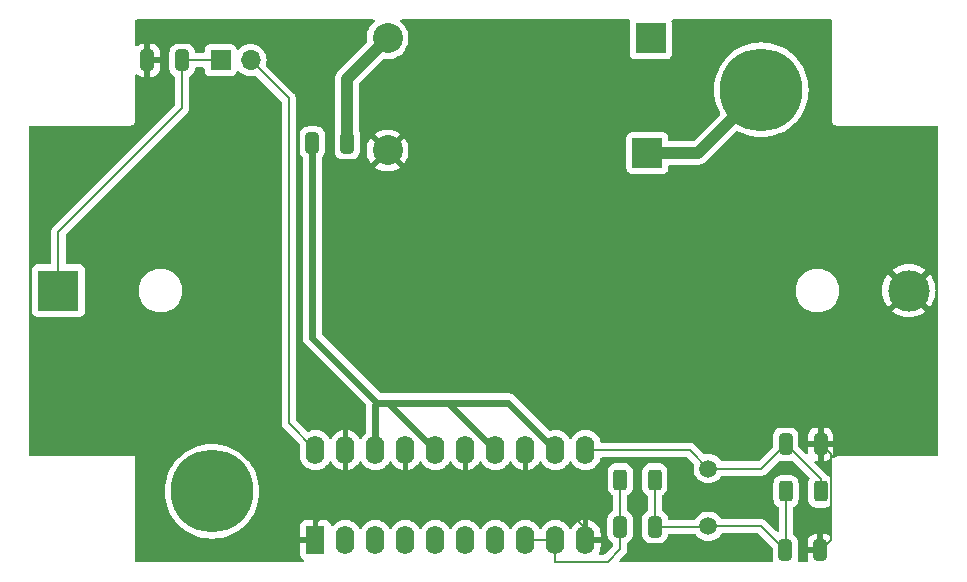
<source format=gbr>
%TF.GenerationSoftware,KiCad,Pcbnew,8.0.6-1.fc41*%
%TF.CreationDate,2024-11-27T18:25:37+08:00*%
%TF.ProjectId,signal_source,7369676e-616c-45f7-936f-757263652e6b,rev?*%
%TF.SameCoordinates,Original*%
%TF.FileFunction,Copper,L1,Top*%
%TF.FilePolarity,Positive*%
%FSLAX46Y46*%
G04 Gerber Fmt 4.6, Leading zero omitted, Abs format (unit mm)*
G04 Created by KiCad (PCBNEW 8.0.6-1.fc41) date 2024-11-27 18:25:37*
%MOMM*%
%LPD*%
G01*
G04 APERTURE LIST*
G04 Aperture macros list*
%AMRoundRect*
0 Rectangle with rounded corners*
0 $1 Rounding radius*
0 $2 $3 $4 $5 $6 $7 $8 $9 X,Y pos of 4 corners*
0 Add a 4 corners polygon primitive as box body*
4,1,4,$2,$3,$4,$5,$6,$7,$8,$9,$2,$3,0*
0 Add four circle primitives for the rounded corners*
1,1,$1+$1,$2,$3*
1,1,$1+$1,$4,$5*
1,1,$1+$1,$6,$7*
1,1,$1+$1,$8,$9*
0 Add four rect primitives between the rounded corners*
20,1,$1+$1,$2,$3,$4,$5,0*
20,1,$1+$1,$4,$5,$6,$7,0*
20,1,$1+$1,$6,$7,$8,$9,0*
20,1,$1+$1,$8,$9,$2,$3,0*%
G04 Aperture macros list end*
%TA.AperFunction,SMDPad,CuDef*%
%ADD10RoundRect,0.250000X-0.325000X-0.650000X0.325000X-0.650000X0.325000X0.650000X-0.325000X0.650000X0*%
%TD*%
%TA.AperFunction,ComponentPad*%
%ADD11C,2.540000*%
%TD*%
%TA.AperFunction,ComponentPad*%
%ADD12R,2.540000X2.540000*%
%TD*%
%TA.AperFunction,SMDPad,CuDef*%
%ADD13RoundRect,0.250000X-0.312500X-0.625000X0.312500X-0.625000X0.312500X0.625000X-0.312500X0.625000X0*%
%TD*%
%TA.AperFunction,SMDPad,CuDef*%
%ADD14RoundRect,0.250000X0.325000X0.650000X-0.325000X0.650000X-0.325000X-0.650000X0.325000X-0.650000X0*%
%TD*%
%TA.AperFunction,ComponentPad*%
%ADD15C,7.000000*%
%TD*%
%TA.AperFunction,SMDPad,CuDef*%
%ADD16RoundRect,0.250000X0.312500X0.625000X-0.312500X0.625000X-0.312500X-0.625000X0.312500X-0.625000X0*%
%TD*%
%TA.AperFunction,ComponentPad*%
%ADD17R,1.700000X1.700000*%
%TD*%
%TA.AperFunction,ComponentPad*%
%ADD18O,1.700000X1.700000*%
%TD*%
%TA.AperFunction,ComponentPad*%
%ADD19C,1.500000*%
%TD*%
%TA.AperFunction,ComponentPad*%
%ADD20R,1.600000X2.400000*%
%TD*%
%TA.AperFunction,ComponentPad*%
%ADD21O,1.600000X2.400000*%
%TD*%
%TA.AperFunction,ComponentPad*%
%ADD22R,3.500000X3.500000*%
%TD*%
%TA.AperFunction,ComponentPad*%
%ADD23C,3.500000*%
%TD*%
%TA.AperFunction,ViaPad*%
%ADD24C,0.600000*%
%TD*%
%TA.AperFunction,Conductor*%
%ADD25C,0.200000*%
%TD*%
%TA.AperFunction,Conductor*%
%ADD26C,0.600000*%
%TD*%
%TA.AperFunction,Conductor*%
%ADD27C,1.000000*%
%TD*%
G04 APERTURE END LIST*
D10*
%TO.P,C2,1*%
%TO.N,GND*%
X88025000Y-62500000D03*
%TO.P,C2,2*%
%TO.N,Net-(J1-Pin_1)*%
X90975000Y-62500000D03*
%TD*%
D11*
%TO.P,2T:5T,1,AA*%
%TO.N,Net-(T1-AA)*%
X108360000Y-60640000D03*
%TO.P,2T:5T,2,AB*%
%TO.N,GND*%
X108360000Y-70140000D03*
D12*
%TO.P,2T:5T,3,SA*%
%TO.N,Net-(J2-Pin_1)*%
X130640000Y-60640000D03*
%TO.P,2T:5T,4,SB*%
%TO.N,Net-(J3-Pin_1)*%
X130360000Y-70340000D03*
%TD*%
D13*
%TO.P,R1,1*%
%TO.N,Net-(C3-Pad1)*%
X142100000Y-99000000D03*
%TO.P,R1,2*%
%TO.N,Net-(U1-2A3)*%
X145025000Y-99000000D03*
%TD*%
D14*
%TO.P,C3,1*%
%TO.N,Net-(C3-Pad1)*%
X131000000Y-102000000D03*
%TO.P,C3,2*%
%TO.N,Net-(U1-1A0)*%
X128050000Y-102000000D03*
%TD*%
D15*
%TO.P,J3,1,Pin_1*%
%TO.N,Net-(J3-Pin_1)*%
X140000000Y-65000000D03*
%TD*%
D16*
%TO.P,R2,1*%
%TO.N,Net-(C3-Pad1)*%
X130987500Y-98000000D03*
%TO.P,R2,2*%
%TO.N,Net-(U1-1A0)*%
X128062500Y-98000000D03*
%TD*%
D17*
%TO.P,J1,1,Pin_1*%
%TO.N,Net-(J1-Pin_1)*%
X94225000Y-62500000D03*
D18*
%TO.P,J1,2,Pin_2*%
%TO.N,Net-(J1-Pin_2)*%
X96765000Y-62500000D03*
%TD*%
D14*
%TO.P,C5,1*%
%TO.N,GND*%
X145025000Y-95000000D03*
%TO.P,C5,2*%
%TO.N,Net-(U1-2A3)*%
X142075000Y-95000000D03*
%TD*%
D10*
%TO.P,C1,1*%
%TO.N,Net-(U1-1Y0)*%
X102000000Y-69500000D03*
%TO.P,C1,2*%
%TO.N,Net-(T1-AA)*%
X104950000Y-69500000D03*
%TD*%
D15*
%TO.P,J2,1,Pin_1*%
%TO.N,Net-(J2-Pin_1)*%
X93500000Y-99000000D03*
%TD*%
D19*
%TO.P,Y1,1,1*%
%TO.N,Net-(C3-Pad1)*%
X135525000Y-101950000D03*
%TO.P,Y1,2,2*%
%TO.N,Net-(U1-2A3)*%
X135525000Y-97070000D03*
%TD*%
D14*
%TO.P,C4,1*%
%TO.N,GND*%
X145000000Y-104000000D03*
%TO.P,C4,2*%
%TO.N,Net-(C3-Pad1)*%
X142050000Y-104000000D03*
%TD*%
D20*
%TO.P,U1,1,1OE*%
%TO.N,GND*%
X102260000Y-103120000D03*
D21*
%TO.P,U1,2,1A0*%
%TO.N,Net-(U1-1A0)*%
X104800000Y-103120000D03*
%TO.P,U1,3,2Y0*%
%TO.N,unconnected-(U1-2Y0-Pad3)*%
X107340000Y-103120000D03*
%TO.P,U1,4,1A1*%
%TO.N,Net-(U1-1A0)*%
X109880000Y-103120000D03*
%TO.P,U1,5,2Y1*%
%TO.N,unconnected-(U1-2Y1-Pad5)*%
X112420000Y-103120000D03*
%TO.P,U1,6,1A2*%
%TO.N,Net-(U1-1A0)*%
X114960000Y-103120000D03*
%TO.P,U1,7,2Y2*%
%TO.N,unconnected-(U1-2Y2-Pad7)*%
X117500000Y-103120000D03*
%TO.P,U1,8,1A3*%
%TO.N,Net-(U1-1A0)*%
X120040000Y-103120000D03*
%TO.P,U1,9,2Y3*%
X122580000Y-103120000D03*
%TO.P,U1,10,GND*%
%TO.N,GND*%
X125120000Y-103120000D03*
%TO.P,U1,11,2A3*%
%TO.N,Net-(U1-2A3)*%
X125120000Y-95500000D03*
%TO.P,U1,12,1Y3*%
%TO.N,Net-(U1-1Y0)*%
X122580000Y-95500000D03*
%TO.P,U1,13,2A2*%
%TO.N,GND*%
X120040000Y-95500000D03*
%TO.P,U1,14,1Y2*%
%TO.N,Net-(U1-1Y0)*%
X117500000Y-95500000D03*
%TO.P,U1,15,2A1*%
%TO.N,GND*%
X114960000Y-95500000D03*
%TO.P,U1,16,1Y1*%
%TO.N,Net-(U1-1Y0)*%
X112420000Y-95500000D03*
%TO.P,U1,17,2A0*%
%TO.N,GND*%
X109880000Y-95500000D03*
%TO.P,U1,18,1Y0*%
%TO.N,Net-(U1-1Y0)*%
X107340000Y-95500000D03*
%TO.P,U1,19,2OE*%
%TO.N,GND*%
X104800000Y-95500000D03*
%TO.P,U1,20,VCC*%
%TO.N,Net-(J1-Pin_2)*%
X102260000Y-95500000D03*
%TD*%
D22*
%TO.P,BT2,1*%
%TO.N,Net-(J1-Pin_1)*%
X80500000Y-82000000D03*
D23*
%TO.P,BT2,2*%
%TO.N,GND*%
X152500000Y-82000000D03*
%TD*%
D24*
%TO.N,GND*%
X88025000Y-62500000D03*
%TD*%
D25*
%TO.N,Net-(U1-1Y0)*%
X107500000Y-91500000D02*
X107340000Y-91660000D01*
X108420000Y-91500000D02*
X108000000Y-91500000D01*
D26*
X102000000Y-86000000D02*
X107500000Y-91500000D01*
D25*
X113500000Y-91500000D02*
X107500000Y-91500000D01*
D26*
X117500000Y-95500000D02*
X113500000Y-91500000D01*
X112420000Y-95500000D02*
X108420000Y-91500000D01*
X118580000Y-91500000D02*
X122580000Y-95500000D01*
X107340000Y-91660000D02*
X107340000Y-95500000D01*
D25*
X108000000Y-91500000D02*
X107500000Y-91500000D01*
D26*
X107500000Y-91500000D02*
X118580000Y-91500000D01*
X102000000Y-69500000D02*
X102000000Y-86000000D01*
D27*
%TO.N,Net-(T1-AA)*%
X104950000Y-69500000D02*
X104950000Y-64050000D01*
X104950000Y-64050000D02*
X108360000Y-60640000D01*
D25*
%TO.N,GND*%
X109000000Y-100000000D02*
X104000000Y-100000000D01*
X88025000Y-62500000D02*
X88025000Y-61475000D01*
X118500000Y-100000000D02*
X114000000Y-100000000D01*
X145900000Y-103100000D02*
X145900000Y-95875000D01*
X125120000Y-103120000D02*
X125120000Y-102120000D01*
X123000000Y-100000000D02*
X118500000Y-100000000D01*
X125120000Y-102120000D02*
X123000000Y-100000000D01*
X104000000Y-100000000D02*
X102260000Y-101740000D01*
X114960000Y-95500000D02*
X114960000Y-99040000D01*
X114000000Y-100000000D02*
X109000000Y-100000000D01*
X145000000Y-104000000D02*
X145900000Y-103100000D01*
X145900000Y-95875000D02*
X145025000Y-95000000D01*
X104800000Y-95500000D02*
X104800000Y-99200000D01*
X120040000Y-98460000D02*
X118500000Y-100000000D01*
X109880000Y-99120000D02*
X109000000Y-100000000D01*
X114960000Y-99040000D02*
X114000000Y-100000000D01*
X102260000Y-101740000D02*
X102260000Y-103120000D01*
X109880000Y-95500000D02*
X109880000Y-99120000D01*
X120040000Y-95500000D02*
X120040000Y-98460000D01*
X104800000Y-99200000D02*
X104000000Y-100000000D01*
%TO.N,Net-(J1-Pin_1)*%
X90975000Y-66525000D02*
X90975000Y-62500000D01*
X94225000Y-62500000D02*
X90975000Y-62500000D01*
X80500000Y-77000000D02*
X90975000Y-66525000D01*
X80500000Y-82000000D02*
X80500000Y-77000000D01*
%TO.N,Net-(C3-Pad1)*%
X135525000Y-101950000D02*
X140000000Y-101950000D01*
X142100000Y-99500000D02*
X142100000Y-103950000D01*
X131000000Y-98012500D02*
X130987500Y-98000000D01*
X135475000Y-102000000D02*
X135525000Y-101950000D01*
X142100000Y-103950000D02*
X142050000Y-104000000D01*
X131000000Y-102000000D02*
X135475000Y-102000000D01*
X140000000Y-101950000D02*
X142050000Y-104000000D01*
X131000000Y-102000000D02*
X131000000Y-98012500D01*
%TO.N,Net-(U1-1A0)*%
X122500000Y-103200000D02*
X122580000Y-103120000D01*
X122500000Y-104948000D02*
X122500000Y-103200000D01*
X128050000Y-102000000D02*
X128050000Y-103898000D01*
X128050000Y-102000000D02*
X128050000Y-98012500D01*
X128050000Y-103898000D02*
X127000000Y-104948000D01*
X128050000Y-98012500D02*
X128062500Y-98000000D01*
X120040000Y-103120000D02*
X122580000Y-103120000D01*
X127000000Y-104948000D02*
X122500000Y-104948000D01*
%TO.N,Net-(U1-2A3)*%
X145025000Y-97950000D02*
X142075000Y-95000000D01*
X133955000Y-95500000D02*
X125120000Y-95500000D01*
X135525000Y-97070000D02*
X133955000Y-95500000D01*
X135525000Y-97070000D02*
X140005000Y-97070000D01*
X140005000Y-97070000D02*
X142075000Y-95000000D01*
X145025000Y-99500000D02*
X145025000Y-97950000D01*
%TO.N,Net-(J1-Pin_2)*%
X100000000Y-93240000D02*
X102260000Y-95500000D01*
X100000000Y-65735000D02*
X100000000Y-93240000D01*
X96765000Y-62500000D02*
X100000000Y-65735000D01*
D27*
%TO.N,Net-(J3-Pin_1)*%
X130360000Y-70340000D02*
X134660000Y-70340000D01*
X134660000Y-70340000D02*
X140000000Y-65000000D01*
%TD*%
%TA.AperFunction,Conductor*%
%TO.N,GND*%
G36*
X107223307Y-59068185D02*
G01*
X107269062Y-59120989D01*
X107279006Y-59190147D01*
X107249981Y-59253703D01*
X107240618Y-59263388D01*
X107150786Y-59346741D01*
X107058493Y-59432375D01*
X107058492Y-59432377D01*
X106893042Y-59639845D01*
X106760361Y-59869654D01*
X106663416Y-60116667D01*
X106663410Y-60116686D01*
X106604364Y-60375385D01*
X106604363Y-60375390D01*
X106584535Y-60639995D01*
X106584535Y-60640004D01*
X106604363Y-60904608D01*
X106605002Y-60908844D01*
X106595530Y-60978069D01*
X106570068Y-61015009D01*
X104849676Y-62735403D01*
X104312220Y-63272859D01*
X104312218Y-63272861D01*
X104242538Y-63342540D01*
X104172859Y-63412219D01*
X104063371Y-63576080D01*
X104063364Y-63576093D01*
X104022797Y-63674034D01*
X104022797Y-63674035D01*
X103994350Y-63742711D01*
X103987950Y-63758161D01*
X103987947Y-63758169D01*
X103949500Y-63951456D01*
X103949500Y-68483202D01*
X103940635Y-68523207D01*
X103942458Y-68523811D01*
X103940187Y-68530664D01*
X103940186Y-68530666D01*
X103885001Y-68697203D01*
X103885001Y-68697204D01*
X103885000Y-68697204D01*
X103874500Y-68799983D01*
X103874500Y-70200001D01*
X103874501Y-70200018D01*
X103885000Y-70302796D01*
X103885001Y-70302799D01*
X103918715Y-70404540D01*
X103940186Y-70469334D01*
X104032288Y-70618656D01*
X104156344Y-70742712D01*
X104305666Y-70834814D01*
X104472203Y-70889999D01*
X104574991Y-70900500D01*
X105325008Y-70900499D01*
X105325016Y-70900498D01*
X105325019Y-70900498D01*
X105381302Y-70894748D01*
X105427797Y-70889999D01*
X105594334Y-70834814D01*
X105743656Y-70742712D01*
X105867712Y-70618656D01*
X105959814Y-70469334D01*
X106014999Y-70302797D01*
X106025500Y-70200009D01*
X106025500Y-70139995D01*
X106585037Y-70139995D01*
X106585037Y-70140004D01*
X106604860Y-70404535D01*
X106604861Y-70404540D01*
X106663890Y-70663166D01*
X106663896Y-70663185D01*
X106760814Y-70910128D01*
X106760813Y-70910128D01*
X106893457Y-71139871D01*
X106943642Y-71202803D01*
X107868871Y-70277573D01*
X107884755Y-70336853D01*
X107951898Y-70453147D01*
X108046853Y-70548102D01*
X108163147Y-70615245D01*
X108222424Y-70631128D01*
X107296438Y-71557112D01*
X107472525Y-71677166D01*
X107472526Y-71677167D01*
X107711530Y-71792264D01*
X107711528Y-71792264D01*
X107965025Y-71870458D01*
X107965031Y-71870459D01*
X108227351Y-71909999D01*
X108227358Y-71910000D01*
X108492642Y-71910000D01*
X108492648Y-71909999D01*
X108754968Y-71870459D01*
X108754974Y-71870458D01*
X109008470Y-71792264D01*
X109247479Y-71677164D01*
X109423560Y-71557112D01*
X108497575Y-70631128D01*
X108556853Y-70615245D01*
X108673147Y-70548102D01*
X108768102Y-70453147D01*
X108835245Y-70336853D01*
X108851128Y-70277575D01*
X109776355Y-71202803D01*
X109776356Y-71202802D01*
X109826545Y-71139869D01*
X109959185Y-70910128D01*
X110056103Y-70663185D01*
X110056109Y-70663166D01*
X110115138Y-70404540D01*
X110115139Y-70404535D01*
X110134963Y-70140004D01*
X110134963Y-70139995D01*
X110115139Y-69875464D01*
X110115138Y-69875459D01*
X110056109Y-69616833D01*
X110056103Y-69616814D01*
X109959185Y-69369871D01*
X109959186Y-69369871D01*
X109826543Y-69140129D01*
X109826536Y-69140118D01*
X109776356Y-69077196D01*
X109776355Y-69077195D01*
X108851127Y-70002423D01*
X108835245Y-69943147D01*
X108768102Y-69826853D01*
X108673147Y-69731898D01*
X108556853Y-69664755D01*
X108497575Y-69648872D01*
X109124311Y-69022135D01*
X128589500Y-69022135D01*
X128589500Y-71657870D01*
X128589501Y-71657876D01*
X128595908Y-71717483D01*
X128646202Y-71852328D01*
X128646206Y-71852335D01*
X128732452Y-71967544D01*
X128732455Y-71967547D01*
X128847664Y-72053793D01*
X128847671Y-72053797D01*
X128982517Y-72104091D01*
X128982516Y-72104091D01*
X128989444Y-72104835D01*
X129042127Y-72110500D01*
X131677872Y-72110499D01*
X131737483Y-72104091D01*
X131872331Y-72053796D01*
X131987546Y-71967546D01*
X132073796Y-71852331D01*
X132124091Y-71717483D01*
X132130500Y-71657873D01*
X132130500Y-71464500D01*
X132150185Y-71397461D01*
X132202989Y-71351706D01*
X132254500Y-71340500D01*
X134758543Y-71340500D01*
X134855175Y-71321278D01*
X134903493Y-71311667D01*
X134951836Y-71302051D01*
X135005165Y-71279961D01*
X135133914Y-71226632D01*
X135297782Y-71117139D01*
X135437139Y-70977782D01*
X135437139Y-70977780D01*
X135447347Y-70967573D01*
X135447349Y-70967570D01*
X137900068Y-68514850D01*
X137961389Y-68481367D01*
X138031081Y-68486351D01*
X138051496Y-68496174D01*
X138111903Y-68532381D01*
X138467228Y-68700438D01*
X138837316Y-68832857D01*
X139218600Y-68928364D01*
X139607409Y-68986038D01*
X140000000Y-69005325D01*
X140392591Y-68986038D01*
X140781400Y-68928364D01*
X141162684Y-68832857D01*
X141532772Y-68700438D01*
X141888097Y-68532381D01*
X142225239Y-68330306D01*
X142540951Y-68096158D01*
X142832192Y-67832192D01*
X143096158Y-67540951D01*
X143330306Y-67225239D01*
X143532381Y-66888097D01*
X143700438Y-66532772D01*
X143832857Y-66162684D01*
X143928364Y-65781400D01*
X143986038Y-65392591D01*
X144005325Y-65000000D01*
X143986038Y-64607409D01*
X143928364Y-64218600D01*
X143832857Y-63837316D01*
X143700438Y-63467228D01*
X143532381Y-63111903D01*
X143525546Y-63100500D01*
X143330307Y-62774763D01*
X143311942Y-62750000D01*
X143096158Y-62459049D01*
X143035463Y-62392082D01*
X142832192Y-62167807D01*
X142540956Y-61903846D01*
X142475549Y-61855337D01*
X142225239Y-61669694D01*
X142225236Y-61669692D01*
X141888100Y-61467620D01*
X141532772Y-61299562D01*
X141532770Y-61299561D01*
X141162684Y-61167143D01*
X140781406Y-61071637D01*
X140781401Y-61071636D01*
X140781400Y-61071636D01*
X140637256Y-61050254D01*
X140392599Y-61013963D01*
X140392597Y-61013962D01*
X140392591Y-61013962D01*
X140000000Y-60994675D01*
X139607409Y-61013962D01*
X139607403Y-61013962D01*
X139607400Y-61013963D01*
X139218593Y-61071637D01*
X138837315Y-61167143D01*
X138467229Y-61299561D01*
X138467227Y-61299562D01*
X138111899Y-61467620D01*
X137774763Y-61669692D01*
X137459043Y-61903846D01*
X137167807Y-62167807D01*
X136903846Y-62459043D01*
X136669692Y-62774763D01*
X136467620Y-63111899D01*
X136299562Y-63467227D01*
X136299561Y-63467229D01*
X136167143Y-63837315D01*
X136071637Y-64218593D01*
X136040560Y-64428101D01*
X136013962Y-64607409D01*
X135994675Y-65000000D01*
X136013962Y-65392591D01*
X136013962Y-65392597D01*
X136013963Y-65392599D01*
X136071637Y-65781406D01*
X136167143Y-66162684D01*
X136299561Y-66532770D01*
X136299562Y-66532772D01*
X136467620Y-66888100D01*
X136503824Y-66948501D01*
X136521406Y-67016122D01*
X136499637Y-67082514D01*
X136485147Y-67099931D01*
X134281899Y-69303181D01*
X134220576Y-69336666D01*
X134194218Y-69339500D01*
X132254499Y-69339500D01*
X132187460Y-69319815D01*
X132141705Y-69267011D01*
X132130499Y-69215500D01*
X132130499Y-69022129D01*
X132130498Y-69022123D01*
X132130497Y-69022116D01*
X132124091Y-68962517D01*
X132073796Y-68827669D01*
X132073795Y-68827668D01*
X132073793Y-68827664D01*
X131987547Y-68712455D01*
X131987544Y-68712452D01*
X131872335Y-68626206D01*
X131872328Y-68626202D01*
X131737482Y-68575908D01*
X131737483Y-68575908D01*
X131677883Y-68569501D01*
X131677881Y-68569500D01*
X131677873Y-68569500D01*
X131677864Y-68569500D01*
X129042129Y-68569500D01*
X129042123Y-68569501D01*
X128982516Y-68575908D01*
X128847671Y-68626202D01*
X128847664Y-68626206D01*
X128732455Y-68712452D01*
X128732452Y-68712455D01*
X128646206Y-68827664D01*
X128646202Y-68827671D01*
X128595908Y-68962517D01*
X128591306Y-69005325D01*
X128589501Y-69022123D01*
X128589500Y-69022135D01*
X109124311Y-69022135D01*
X109423560Y-68722886D01*
X109247484Y-68602839D01*
X109247474Y-68602832D01*
X109008469Y-68487735D01*
X109008471Y-68487735D01*
X108754974Y-68409541D01*
X108754968Y-68409540D01*
X108492648Y-68370000D01*
X108227351Y-68370000D01*
X107965031Y-68409540D01*
X107965025Y-68409541D01*
X107711529Y-68487735D01*
X107472526Y-68602832D01*
X107472518Y-68602837D01*
X107296438Y-68722886D01*
X108222424Y-69648871D01*
X108163147Y-69664755D01*
X108046853Y-69731898D01*
X107951898Y-69826853D01*
X107884755Y-69943147D01*
X107868871Y-70002424D01*
X106943643Y-69077196D01*
X106893456Y-69140128D01*
X106760814Y-69369871D01*
X106663896Y-69616814D01*
X106663890Y-69616833D01*
X106604861Y-69875459D01*
X106604860Y-69875464D01*
X106585037Y-70139995D01*
X106025500Y-70139995D01*
X106025499Y-68799992D01*
X106014999Y-68697203D01*
X105959814Y-68530666D01*
X105959813Y-68530664D01*
X105957542Y-68523811D01*
X105959364Y-68523207D01*
X105950500Y-68483202D01*
X105950500Y-64515782D01*
X105970185Y-64448743D01*
X105986819Y-64428101D01*
X106957437Y-63457483D01*
X107989354Y-62425565D01*
X108050675Y-62392082D01*
X108095510Y-62390633D01*
X108227319Y-62410500D01*
X108227320Y-62410500D01*
X108492680Y-62410500D01*
X108492681Y-62410500D01*
X108492688Y-62410499D01*
X108755073Y-62370951D01*
X108755074Y-62370950D01*
X108755078Y-62370950D01*
X109008650Y-62292734D01*
X109247733Y-62177598D01*
X109466984Y-62028114D01*
X109661508Y-61847623D01*
X109826958Y-61640155D01*
X109959639Y-61410345D01*
X110056586Y-61163327D01*
X110115635Y-60904619D01*
X110135465Y-60640000D01*
X110115635Y-60375381D01*
X110056586Y-60116673D01*
X109959639Y-59869655D01*
X109826958Y-59639845D01*
X109661508Y-59432377D01*
X109479389Y-59263396D01*
X109443636Y-59203371D01*
X109446011Y-59133541D01*
X109485761Y-59076081D01*
X109550267Y-59049233D01*
X109563732Y-59048500D01*
X128777139Y-59048500D01*
X128844178Y-59068185D01*
X128889933Y-59120989D01*
X128899877Y-59190147D01*
X128893321Y-59215833D01*
X128875908Y-59262517D01*
X128869501Y-59322116D01*
X128869501Y-59322123D01*
X128869500Y-59322135D01*
X128869500Y-61957870D01*
X128869501Y-61957876D01*
X128875908Y-62017483D01*
X128926202Y-62152328D01*
X128926206Y-62152335D01*
X129012452Y-62267544D01*
X129012455Y-62267547D01*
X129127664Y-62353793D01*
X129127671Y-62353797D01*
X129262517Y-62404091D01*
X129262516Y-62404091D01*
X129269444Y-62404835D01*
X129322127Y-62410500D01*
X131957872Y-62410499D01*
X132017483Y-62404091D01*
X132152331Y-62353796D01*
X132267546Y-62267546D01*
X132353796Y-62152331D01*
X132404091Y-62017483D01*
X132410500Y-61957873D01*
X132410499Y-59322128D01*
X132404091Y-59262517D01*
X132386678Y-59215832D01*
X132381695Y-59146142D01*
X132415180Y-59084819D01*
X132476503Y-59051334D01*
X132502861Y-59048500D01*
X145875500Y-59048500D01*
X145942539Y-59068185D01*
X145988294Y-59120989D01*
X145999500Y-59172500D01*
X145999500Y-67613891D01*
X146033608Y-67741187D01*
X146066554Y-67798250D01*
X146099500Y-67855314D01*
X146192686Y-67948500D01*
X146306814Y-68014392D01*
X146434108Y-68048500D01*
X154875500Y-68048500D01*
X154942539Y-68068185D01*
X154988294Y-68120989D01*
X154999500Y-68172500D01*
X154999500Y-81945164D01*
X154982614Y-82002669D01*
X154996507Y-82027756D01*
X154999500Y-82054835D01*
X154999500Y-95923500D01*
X154979815Y-95990539D01*
X154927011Y-96036294D01*
X154875500Y-96047500D01*
X146565892Y-96047500D01*
X146434108Y-96047500D01*
X146306814Y-96081608D01*
X146306813Y-96081608D01*
X146306811Y-96081609D01*
X146306810Y-96081609D01*
X146201344Y-96142500D01*
X146133443Y-96158973D01*
X146067417Y-96136120D01*
X146024226Y-96081199D01*
X146017585Y-96011645D01*
X146031558Y-95975788D01*
X146031304Y-95975670D01*
X146033138Y-95971735D01*
X146033813Y-95970005D01*
X146034355Y-95969126D01*
X146034358Y-95969119D01*
X146089505Y-95802697D01*
X146089506Y-95802690D01*
X146099999Y-95699986D01*
X146100000Y-95699973D01*
X146100000Y-95250000D01*
X145275000Y-95250000D01*
X145275000Y-96399999D01*
X145399972Y-96399999D01*
X145399986Y-96399998D01*
X145502697Y-96389505D01*
X145669119Y-96334358D01*
X145669124Y-96334356D01*
X145818341Y-96242317D01*
X145826342Y-96234317D01*
X145887664Y-96200830D01*
X145957356Y-96205812D01*
X146013291Y-96247681D01*
X146037711Y-96313144D01*
X146033802Y-96354088D01*
X145999500Y-96482108D01*
X145999500Y-97679369D01*
X145979815Y-97746408D01*
X145927011Y-97792163D01*
X145857853Y-97802107D01*
X145810404Y-97784908D01*
X145668917Y-97697639D01*
X145656834Y-97690186D01*
X145592259Y-97668787D01*
X145534815Y-97629015D01*
X145523877Y-97613080D01*
X145505522Y-97581287D01*
X145505521Y-97581286D01*
X145505520Y-97581284D01*
X145393716Y-97469480D01*
X145393715Y-97469479D01*
X145389385Y-97465149D01*
X145389374Y-97465139D01*
X144533628Y-96609393D01*
X144500143Y-96548070D01*
X144505127Y-96478378D01*
X144546999Y-96422445D01*
X144612463Y-96398028D01*
X144633914Y-96398354D01*
X144650022Y-96399999D01*
X144774999Y-96399999D01*
X144775000Y-96399998D01*
X144775000Y-95250000D01*
X143950001Y-95250000D01*
X143950001Y-95699971D01*
X143950002Y-95699999D01*
X143951646Y-95716094D01*
X143938874Y-95784786D01*
X143890992Y-95835669D01*
X143823201Y-95852587D01*
X143757026Y-95830169D01*
X143740607Y-95816372D01*
X143186818Y-95262583D01*
X143153333Y-95201260D01*
X143150499Y-95174902D01*
X143150499Y-94300013D01*
X143950000Y-94300013D01*
X143950000Y-94750000D01*
X144775000Y-94750000D01*
X145275000Y-94750000D01*
X146099999Y-94750000D01*
X146099999Y-94300028D01*
X146099998Y-94300013D01*
X146089505Y-94197302D01*
X146034358Y-94030880D01*
X146034356Y-94030875D01*
X145942315Y-93881654D01*
X145818345Y-93757684D01*
X145669124Y-93665643D01*
X145669119Y-93665641D01*
X145502697Y-93610494D01*
X145502690Y-93610493D01*
X145399986Y-93600000D01*
X145275000Y-93600000D01*
X145275000Y-94750000D01*
X144775000Y-94750000D01*
X144775000Y-93600000D01*
X144650027Y-93600000D01*
X144650012Y-93600001D01*
X144547302Y-93610494D01*
X144380880Y-93665641D01*
X144380875Y-93665643D01*
X144231654Y-93757684D01*
X144107684Y-93881654D01*
X144015643Y-94030875D01*
X144015641Y-94030880D01*
X143960494Y-94197302D01*
X143960493Y-94197309D01*
X143950000Y-94300013D01*
X143150499Y-94300013D01*
X143150499Y-94299998D01*
X143150498Y-94299981D01*
X143139999Y-94197203D01*
X143139998Y-94197200D01*
X143110449Y-94108028D01*
X143084814Y-94030666D01*
X142992712Y-93881344D01*
X142868656Y-93757288D01*
X142719334Y-93665186D01*
X142552797Y-93610001D01*
X142552795Y-93610000D01*
X142450010Y-93599500D01*
X141699998Y-93599500D01*
X141699980Y-93599501D01*
X141597203Y-93610000D01*
X141597200Y-93610001D01*
X141430668Y-93665185D01*
X141430663Y-93665187D01*
X141281342Y-93757289D01*
X141157289Y-93881342D01*
X141065187Y-94030663D01*
X141065185Y-94030668D01*
X141050797Y-94074090D01*
X141010001Y-94197203D01*
X141010001Y-94197204D01*
X141010000Y-94197204D01*
X140999500Y-94299983D01*
X140999500Y-95174902D01*
X140979815Y-95241941D01*
X140963181Y-95262583D01*
X139792584Y-96433181D01*
X139731261Y-96466666D01*
X139704903Y-96469500D01*
X136695655Y-96469500D01*
X136628616Y-96449815D01*
X136594080Y-96416623D01*
X136486599Y-96263124D01*
X136418393Y-96194918D01*
X136331877Y-96108402D01*
X136177063Y-96000000D01*
X136152638Y-95982897D01*
X136033861Y-95927511D01*
X135954330Y-95890425D01*
X135954326Y-95890424D01*
X135954322Y-95890422D01*
X135742977Y-95833793D01*
X135525002Y-95814723D01*
X135524998Y-95814723D01*
X135307029Y-95833792D01*
X135307011Y-95833795D01*
X135242889Y-95850976D01*
X135173039Y-95849312D01*
X135123117Y-95818882D01*
X134442590Y-95138355D01*
X134442588Y-95138352D01*
X134323717Y-95019481D01*
X134323716Y-95019480D01*
X134236904Y-94969360D01*
X134236904Y-94969359D01*
X134236900Y-94969358D01*
X134186785Y-94940423D01*
X134034057Y-94899499D01*
X133875943Y-94899499D01*
X133868347Y-94899499D01*
X133868331Y-94899500D01*
X126510860Y-94899500D01*
X126443821Y-94879815D01*
X126398066Y-94827011D01*
X126389962Y-94800122D01*
X126389615Y-94800206D01*
X126388477Y-94795468D01*
X126388477Y-94795466D01*
X126325220Y-94600781D01*
X126232287Y-94418390D01*
X126224556Y-94407749D01*
X126111971Y-94252786D01*
X125967213Y-94108028D01*
X125801613Y-93987715D01*
X125801612Y-93987714D01*
X125801610Y-93987713D01*
X125744653Y-93958691D01*
X125619223Y-93894781D01*
X125424534Y-93831522D01*
X125249995Y-93803878D01*
X125222352Y-93799500D01*
X125017648Y-93799500D01*
X124993329Y-93803351D01*
X124815465Y-93831522D01*
X124620776Y-93894781D01*
X124438386Y-93987715D01*
X124272786Y-94108028D01*
X124128028Y-94252786D01*
X124007715Y-94418386D01*
X123960485Y-94511080D01*
X123912510Y-94561876D01*
X123844689Y-94578671D01*
X123778554Y-94556134D01*
X123739515Y-94511080D01*
X123692419Y-94418650D01*
X123692287Y-94418390D01*
X123684556Y-94407749D01*
X123571971Y-94252786D01*
X123427213Y-94108028D01*
X123261613Y-93987715D01*
X123261612Y-93987714D01*
X123261610Y-93987713D01*
X123204653Y-93958691D01*
X123079223Y-93894781D01*
X122884534Y-93831522D01*
X122709995Y-93803878D01*
X122682352Y-93799500D01*
X122477648Y-93799500D01*
X122437211Y-93805904D01*
X122275462Y-93831523D01*
X122172729Y-93864903D01*
X122102888Y-93866898D01*
X122046731Y-93834653D01*
X119090292Y-90878213D01*
X119090288Y-90878210D01*
X118959185Y-90790609D01*
X118959172Y-90790602D01*
X118813501Y-90730264D01*
X118813489Y-90730261D01*
X118658845Y-90699500D01*
X118658842Y-90699500D01*
X107882940Y-90699500D01*
X107815901Y-90679815D01*
X107795259Y-90663181D01*
X102836819Y-85704741D01*
X102803334Y-85643418D01*
X102800500Y-85617060D01*
X102800500Y-81878711D01*
X142904500Y-81878711D01*
X142904500Y-82121288D01*
X142936161Y-82361785D01*
X142998947Y-82596104D01*
X143016079Y-82637463D01*
X143091776Y-82820212D01*
X143213064Y-83030289D01*
X143213066Y-83030292D01*
X143213067Y-83030293D01*
X143360733Y-83222736D01*
X143360739Y-83222743D01*
X143532256Y-83394260D01*
X143532263Y-83394266D01*
X143645321Y-83481018D01*
X143724711Y-83541936D01*
X143934788Y-83663224D01*
X144158900Y-83756054D01*
X144393211Y-83818838D01*
X144573586Y-83842584D01*
X144633711Y-83850500D01*
X144633712Y-83850500D01*
X144876289Y-83850500D01*
X144924388Y-83844167D01*
X145116789Y-83818838D01*
X145351100Y-83756054D01*
X145575212Y-83663224D01*
X145785289Y-83541936D01*
X145977738Y-83394265D01*
X146149265Y-83222738D01*
X146296936Y-83030289D01*
X146418224Y-82820212D01*
X146511054Y-82596100D01*
X146573838Y-82361789D01*
X146605500Y-82121288D01*
X146605500Y-82000000D01*
X150245172Y-82000000D01*
X150264462Y-82294312D01*
X150264464Y-82294324D01*
X150322001Y-82583584D01*
X150322005Y-82583599D01*
X150416812Y-82862888D01*
X150547258Y-83127406D01*
X150547265Y-83127419D01*
X150711123Y-83372649D01*
X150740405Y-83406040D01*
X151637425Y-82509019D01*
X151723249Y-82637463D01*
X151862537Y-82776751D01*
X151990978Y-82862573D01*
X151093958Y-83759593D01*
X151127350Y-83788876D01*
X151372580Y-83952734D01*
X151372593Y-83952741D01*
X151637111Y-84083187D01*
X151916400Y-84177994D01*
X151916415Y-84177998D01*
X152205675Y-84235535D01*
X152205687Y-84235537D01*
X152500000Y-84254827D01*
X152794312Y-84235537D01*
X152794324Y-84235535D01*
X153083584Y-84177998D01*
X153083599Y-84177994D01*
X153362888Y-84083187D01*
X153627406Y-83952741D01*
X153627419Y-83952734D01*
X153872648Y-83788877D01*
X153906039Y-83759593D01*
X153009020Y-82862573D01*
X153137463Y-82776751D01*
X153276751Y-82637463D01*
X153362573Y-82509020D01*
X154259593Y-83406039D01*
X154288877Y-83372648D01*
X154452734Y-83127419D01*
X154452741Y-83127406D01*
X154583187Y-82862888D01*
X154677994Y-82583599D01*
X154677998Y-82583584D01*
X154735535Y-82294324D01*
X154735537Y-82294312D01*
X154751765Y-82046725D01*
X154769034Y-81999568D01*
X154756523Y-81980099D01*
X154751765Y-81953274D01*
X154735537Y-81705687D01*
X154735535Y-81705675D01*
X154677998Y-81416415D01*
X154677994Y-81416400D01*
X154583187Y-81137111D01*
X154452741Y-80872593D01*
X154452734Y-80872580D01*
X154288876Y-80627350D01*
X154259593Y-80593958D01*
X153362573Y-81490978D01*
X153276751Y-81362537D01*
X153137463Y-81223249D01*
X153009020Y-81137426D01*
X153906040Y-80240405D01*
X153872649Y-80211123D01*
X153627419Y-80047265D01*
X153627406Y-80047258D01*
X153362888Y-79916812D01*
X153083599Y-79822005D01*
X153083584Y-79822001D01*
X152794324Y-79764464D01*
X152794312Y-79764462D01*
X152500000Y-79745172D01*
X152205687Y-79764462D01*
X152205675Y-79764464D01*
X151916415Y-79822001D01*
X151916400Y-79822005D01*
X151637111Y-79916812D01*
X151372593Y-80047258D01*
X151372580Y-80047265D01*
X151127346Y-80211126D01*
X151127339Y-80211131D01*
X151093959Y-80240403D01*
X151093959Y-80240405D01*
X151990979Y-81137425D01*
X151862537Y-81223249D01*
X151723249Y-81362537D01*
X151637426Y-81490979D01*
X150740405Y-80593959D01*
X150740403Y-80593959D01*
X150711131Y-80627339D01*
X150711126Y-80627346D01*
X150547265Y-80872580D01*
X150547258Y-80872593D01*
X150416812Y-81137111D01*
X150322005Y-81416400D01*
X150322001Y-81416415D01*
X150264464Y-81705675D01*
X150264462Y-81705687D01*
X150245172Y-82000000D01*
X146605500Y-82000000D01*
X146605500Y-81878712D01*
X146573838Y-81638211D01*
X146511054Y-81403900D01*
X146418224Y-81179788D01*
X146296936Y-80969711D01*
X146149265Y-80777262D01*
X146149260Y-80777256D01*
X145977743Y-80605739D01*
X145977736Y-80605733D01*
X145785293Y-80458067D01*
X145785292Y-80458066D01*
X145785289Y-80458064D01*
X145575212Y-80336776D01*
X145575205Y-80336773D01*
X145351104Y-80243947D01*
X145116785Y-80181161D01*
X144876289Y-80149500D01*
X144876288Y-80149500D01*
X144633712Y-80149500D01*
X144633711Y-80149500D01*
X144393214Y-80181161D01*
X144158895Y-80243947D01*
X143934794Y-80336773D01*
X143934785Y-80336777D01*
X143724706Y-80458067D01*
X143532263Y-80605733D01*
X143532256Y-80605739D01*
X143360739Y-80777256D01*
X143360733Y-80777263D01*
X143213067Y-80969706D01*
X143091777Y-81179785D01*
X143091773Y-81179794D01*
X142998947Y-81403895D01*
X142936161Y-81638214D01*
X142904500Y-81878711D01*
X102800500Y-81878711D01*
X102800500Y-70787230D01*
X102820185Y-70720191D01*
X102836819Y-70699549D01*
X102873202Y-70663166D01*
X102917712Y-70618656D01*
X103009814Y-70469334D01*
X103064999Y-70302797D01*
X103075500Y-70200009D01*
X103075499Y-68799992D01*
X103064999Y-68697203D01*
X103009814Y-68530666D01*
X102917712Y-68381344D01*
X102793656Y-68257288D01*
X102644334Y-68165186D01*
X102477797Y-68110001D01*
X102477795Y-68110000D01*
X102375010Y-68099500D01*
X101624998Y-68099500D01*
X101624980Y-68099501D01*
X101522203Y-68110000D01*
X101522200Y-68110001D01*
X101355668Y-68165185D01*
X101355663Y-68165187D01*
X101206342Y-68257289D01*
X101082289Y-68381342D01*
X100990187Y-68530663D01*
X100990185Y-68530668D01*
X100966271Y-68602837D01*
X100935001Y-68697203D01*
X100935001Y-68697204D01*
X100935000Y-68697204D01*
X100924500Y-68799983D01*
X100924500Y-70200001D01*
X100924501Y-70200018D01*
X100935000Y-70302796D01*
X100935001Y-70302799D01*
X100990185Y-70469331D01*
X100990187Y-70469336D01*
X101082289Y-70618657D01*
X101163181Y-70699549D01*
X101196666Y-70760872D01*
X101199500Y-70787230D01*
X101199500Y-86078846D01*
X101230261Y-86233489D01*
X101230264Y-86233501D01*
X101290602Y-86379172D01*
X101290609Y-86379185D01*
X101378210Y-86510288D01*
X101378213Y-86510292D01*
X106503181Y-91635259D01*
X106536666Y-91696582D01*
X106539500Y-91722940D01*
X106539500Y-94010966D01*
X106519815Y-94078005D01*
X106496046Y-94105244D01*
X106492784Y-94108030D01*
X106348028Y-94252786D01*
X106227713Y-94418388D01*
X106180203Y-94511630D01*
X106132228Y-94562426D01*
X106064407Y-94579220D01*
X105998272Y-94556682D01*
X105959234Y-94511628D01*
X105911861Y-94418652D01*
X105791582Y-94253105D01*
X105791582Y-94253104D01*
X105646895Y-94108417D01*
X105481349Y-93988140D01*
X105299029Y-93895244D01*
X105104413Y-93832009D01*
X105050000Y-93823390D01*
X105050000Y-95184314D01*
X105045606Y-95179920D01*
X104954394Y-95127259D01*
X104852661Y-95100000D01*
X104747339Y-95100000D01*
X104645606Y-95127259D01*
X104554394Y-95179920D01*
X104550000Y-95184314D01*
X104550000Y-93823390D01*
X104495586Y-93832009D01*
X104300970Y-93895244D01*
X104118650Y-93988140D01*
X103953105Y-94108417D01*
X103953104Y-94108417D01*
X103808417Y-94253104D01*
X103808417Y-94253105D01*
X103688140Y-94418650D01*
X103640765Y-94511629D01*
X103592790Y-94562425D01*
X103524969Y-94579220D01*
X103458834Y-94556682D01*
X103419795Y-94511629D01*
X103372419Y-94418650D01*
X103372287Y-94418390D01*
X103364556Y-94407749D01*
X103251971Y-94252786D01*
X103107213Y-94108028D01*
X102941613Y-93987715D01*
X102941612Y-93987714D01*
X102941610Y-93987713D01*
X102884653Y-93958691D01*
X102759223Y-93894781D01*
X102564534Y-93831522D01*
X102389995Y-93803878D01*
X102362352Y-93799500D01*
X102157648Y-93799500D01*
X102097252Y-93809066D01*
X101955464Y-93831523D01*
X101955461Y-93831523D01*
X101760783Y-93894778D01*
X101670953Y-93940548D01*
X101602284Y-93953443D01*
X101537544Y-93927166D01*
X101526979Y-93917743D01*
X100636819Y-93027583D01*
X100603334Y-92966260D01*
X100600500Y-92939902D01*
X100600500Y-65824059D01*
X100600501Y-65824046D01*
X100600501Y-65655945D01*
X100600501Y-65655943D01*
X100559577Y-65503215D01*
X100495708Y-65392591D01*
X100480520Y-65366284D01*
X100368716Y-65254480D01*
X100368715Y-65254479D01*
X100364385Y-65250149D01*
X100364374Y-65250139D01*
X98097766Y-62983531D01*
X98064281Y-62922208D01*
X98065672Y-62863757D01*
X98066863Y-62859309D01*
X98100063Y-62735408D01*
X98120659Y-62500000D01*
X98100063Y-62264592D01*
X98038903Y-62036337D01*
X97939035Y-61822171D01*
X97923531Y-61800028D01*
X97803494Y-61628597D01*
X97636402Y-61461506D01*
X97636395Y-61461501D01*
X97442834Y-61325967D01*
X97442830Y-61325965D01*
X97399284Y-61305659D01*
X97228663Y-61226097D01*
X97228659Y-61226096D01*
X97228655Y-61226094D01*
X97000413Y-61164938D01*
X97000403Y-61164936D01*
X96765001Y-61144341D01*
X96764999Y-61144341D01*
X96529596Y-61164936D01*
X96529586Y-61164938D01*
X96301344Y-61226094D01*
X96301335Y-61226098D01*
X96087171Y-61325964D01*
X96087169Y-61325965D01*
X95893600Y-61461503D01*
X95771673Y-61583430D01*
X95710350Y-61616914D01*
X95640658Y-61611930D01*
X95584725Y-61570058D01*
X95567810Y-61539081D01*
X95518797Y-61407671D01*
X95518793Y-61407664D01*
X95432547Y-61292455D01*
X95432544Y-61292452D01*
X95317335Y-61206206D01*
X95317328Y-61206202D01*
X95182482Y-61155908D01*
X95182483Y-61155908D01*
X95122883Y-61149501D01*
X95122881Y-61149500D01*
X95122873Y-61149500D01*
X95122864Y-61149500D01*
X93327129Y-61149500D01*
X93327123Y-61149501D01*
X93267516Y-61155908D01*
X93132671Y-61206202D01*
X93132664Y-61206206D01*
X93017455Y-61292452D01*
X93017452Y-61292455D01*
X92931206Y-61407664D01*
X92931202Y-61407671D01*
X92880908Y-61542517D01*
X92874501Y-61602116D01*
X92874500Y-61602135D01*
X92874500Y-61775500D01*
X92854815Y-61842539D01*
X92802011Y-61888294D01*
X92750500Y-61899500D01*
X92172643Y-61899500D01*
X92105604Y-61879815D01*
X92059849Y-61827011D01*
X92049285Y-61788102D01*
X92045657Y-61752596D01*
X92039999Y-61697203D01*
X91984814Y-61530666D01*
X91892712Y-61381344D01*
X91768656Y-61257288D01*
X91619334Y-61165186D01*
X91452797Y-61110001D01*
X91452795Y-61110000D01*
X91350010Y-61099500D01*
X90599998Y-61099500D01*
X90599980Y-61099501D01*
X90497203Y-61110000D01*
X90497200Y-61110001D01*
X90330668Y-61165185D01*
X90330663Y-61165187D01*
X90181342Y-61257289D01*
X90057289Y-61381342D01*
X89965187Y-61530663D01*
X89965185Y-61530668D01*
X89961259Y-61542517D01*
X89910001Y-61697203D01*
X89910001Y-61697204D01*
X89910000Y-61697204D01*
X89899500Y-61799983D01*
X89899500Y-63200001D01*
X89899501Y-63200018D01*
X89910000Y-63302796D01*
X89910001Y-63302799D01*
X89946260Y-63412219D01*
X89965186Y-63469334D01*
X90057288Y-63618656D01*
X90181344Y-63742712D01*
X90315597Y-63825519D01*
X90362321Y-63877465D01*
X90374500Y-63931057D01*
X90374500Y-66224902D01*
X90354815Y-66291941D01*
X90338181Y-66312583D01*
X80019481Y-76631282D01*
X80019479Y-76631285D01*
X79969361Y-76718094D01*
X79969359Y-76718096D01*
X79940425Y-76768209D01*
X79940424Y-76768210D01*
X79940423Y-76768215D01*
X79899499Y-76920943D01*
X79899499Y-76920945D01*
X79899499Y-77089046D01*
X79899500Y-77089059D01*
X79899500Y-79625500D01*
X79879815Y-79692539D01*
X79827011Y-79738294D01*
X79775500Y-79749500D01*
X78702129Y-79749500D01*
X78702123Y-79749501D01*
X78642516Y-79755908D01*
X78507671Y-79806202D01*
X78507664Y-79806206D01*
X78392455Y-79892452D01*
X78392452Y-79892455D01*
X78306206Y-80007664D01*
X78306202Y-80007671D01*
X78255908Y-80142517D01*
X78251754Y-80181161D01*
X78249501Y-80202123D01*
X78249500Y-80202135D01*
X78249500Y-83797870D01*
X78249501Y-83797876D01*
X78255908Y-83857483D01*
X78306202Y-83992328D01*
X78306206Y-83992335D01*
X78392452Y-84107544D01*
X78392455Y-84107547D01*
X78507664Y-84193793D01*
X78507671Y-84193797D01*
X78642517Y-84244091D01*
X78642516Y-84244091D01*
X78649444Y-84244835D01*
X78702127Y-84250500D01*
X82297872Y-84250499D01*
X82357483Y-84244091D01*
X82492331Y-84193796D01*
X82607546Y-84107546D01*
X82693796Y-83992331D01*
X82744091Y-83857483D01*
X82750500Y-83797873D01*
X82750499Y-81878711D01*
X87294500Y-81878711D01*
X87294500Y-82121288D01*
X87326161Y-82361785D01*
X87388947Y-82596104D01*
X87406079Y-82637463D01*
X87481776Y-82820212D01*
X87603064Y-83030289D01*
X87603066Y-83030292D01*
X87603067Y-83030293D01*
X87750733Y-83222736D01*
X87750739Y-83222743D01*
X87922256Y-83394260D01*
X87922263Y-83394266D01*
X88035321Y-83481018D01*
X88114711Y-83541936D01*
X88324788Y-83663224D01*
X88548900Y-83756054D01*
X88783211Y-83818838D01*
X88963586Y-83842584D01*
X89023711Y-83850500D01*
X89023712Y-83850500D01*
X89266289Y-83850500D01*
X89314388Y-83844167D01*
X89506789Y-83818838D01*
X89741100Y-83756054D01*
X89965212Y-83663224D01*
X90175289Y-83541936D01*
X90367738Y-83394265D01*
X90539265Y-83222738D01*
X90686936Y-83030289D01*
X90808224Y-82820212D01*
X90901054Y-82596100D01*
X90963838Y-82361789D01*
X90995500Y-82121288D01*
X90995500Y-81878712D01*
X90963838Y-81638211D01*
X90901054Y-81403900D01*
X90808224Y-81179788D01*
X90686936Y-80969711D01*
X90539265Y-80777262D01*
X90539260Y-80777256D01*
X90367743Y-80605739D01*
X90367736Y-80605733D01*
X90175293Y-80458067D01*
X90175292Y-80458066D01*
X90175289Y-80458064D01*
X89965212Y-80336776D01*
X89965205Y-80336773D01*
X89741104Y-80243947D01*
X89506785Y-80181161D01*
X89266289Y-80149500D01*
X89266288Y-80149500D01*
X89023712Y-80149500D01*
X89023711Y-80149500D01*
X88783214Y-80181161D01*
X88548895Y-80243947D01*
X88324794Y-80336773D01*
X88324785Y-80336777D01*
X88114706Y-80458067D01*
X87922263Y-80605733D01*
X87922256Y-80605739D01*
X87750739Y-80777256D01*
X87750733Y-80777263D01*
X87603067Y-80969706D01*
X87481777Y-81179785D01*
X87481773Y-81179794D01*
X87388947Y-81403895D01*
X87326161Y-81638214D01*
X87294500Y-81878711D01*
X82750499Y-81878711D01*
X82750499Y-80202128D01*
X82744091Y-80142517D01*
X82708564Y-80047265D01*
X82693797Y-80007671D01*
X82693793Y-80007664D01*
X82607547Y-79892455D01*
X82607544Y-79892452D01*
X82492335Y-79806206D01*
X82492328Y-79806202D01*
X82357482Y-79755908D01*
X82357483Y-79755908D01*
X82297883Y-79749501D01*
X82297881Y-79749500D01*
X82297873Y-79749500D01*
X82297865Y-79749500D01*
X81224500Y-79749500D01*
X81157461Y-79729815D01*
X81111706Y-79677011D01*
X81100500Y-79625500D01*
X81100500Y-77300096D01*
X81120185Y-77233057D01*
X81136814Y-77212420D01*
X91343713Y-67005521D01*
X91343716Y-67005520D01*
X91455520Y-66893716D01*
X91505639Y-66806904D01*
X91534577Y-66756785D01*
X91575500Y-66604057D01*
X91575500Y-66445943D01*
X91575500Y-63931057D01*
X91595185Y-63864018D01*
X91634401Y-63825520D01*
X91768656Y-63742712D01*
X91892712Y-63618656D01*
X91984814Y-63469334D01*
X92039999Y-63302797D01*
X92049286Y-63211897D01*
X92075683Y-63147205D01*
X92132864Y-63107054D01*
X92172644Y-63100500D01*
X92750501Y-63100500D01*
X92817540Y-63120185D01*
X92863295Y-63172989D01*
X92874501Y-63224500D01*
X92874501Y-63397876D01*
X92880908Y-63457483D01*
X92931202Y-63592328D01*
X92931206Y-63592335D01*
X93017452Y-63707544D01*
X93017455Y-63707547D01*
X93132664Y-63793793D01*
X93132671Y-63793797D01*
X93267517Y-63844091D01*
X93267516Y-63844091D01*
X93274444Y-63844835D01*
X93327127Y-63850500D01*
X95122872Y-63850499D01*
X95182483Y-63844091D01*
X95317331Y-63793796D01*
X95432546Y-63707546D01*
X95518796Y-63592331D01*
X95567810Y-63460916D01*
X95609681Y-63404984D01*
X95675145Y-63380566D01*
X95743418Y-63395417D01*
X95771673Y-63416569D01*
X95893599Y-63538495D01*
X95990384Y-63606265D01*
X96087165Y-63674032D01*
X96087167Y-63674033D01*
X96087170Y-63674035D01*
X96301337Y-63773903D01*
X96529592Y-63835063D01*
X96706034Y-63850500D01*
X96764999Y-63855659D01*
X96765000Y-63855659D01*
X96765001Y-63855659D01*
X96823966Y-63850500D01*
X97000408Y-63835063D01*
X97128757Y-63800672D01*
X97198606Y-63802335D01*
X97248531Y-63832766D01*
X99363181Y-65947416D01*
X99396666Y-66008739D01*
X99399500Y-66035097D01*
X99399500Y-93153330D01*
X99399499Y-93153348D01*
X99399499Y-93319054D01*
X99399498Y-93319054D01*
X99440423Y-93471785D01*
X99469358Y-93521900D01*
X99469359Y-93521904D01*
X99469360Y-93521904D01*
X99514448Y-93600001D01*
X99519479Y-93608714D01*
X99519481Y-93608717D01*
X99638349Y-93727585D01*
X99638355Y-93727590D01*
X100923181Y-95012416D01*
X100956666Y-95073739D01*
X100959500Y-95100097D01*
X100959500Y-96002351D01*
X100991522Y-96204534D01*
X101054781Y-96399223D01*
X101118691Y-96524653D01*
X101130623Y-96548070D01*
X101147715Y-96581613D01*
X101268028Y-96747213D01*
X101412786Y-96891971D01*
X101567749Y-97004556D01*
X101578390Y-97012287D01*
X101663526Y-97055666D01*
X101760776Y-97105218D01*
X101760778Y-97105218D01*
X101760781Y-97105220D01*
X101865137Y-97139127D01*
X101955465Y-97168477D01*
X102056557Y-97184488D01*
X102157648Y-97200500D01*
X102157649Y-97200500D01*
X102362351Y-97200500D01*
X102362352Y-97200500D01*
X102564534Y-97168477D01*
X102759219Y-97105220D01*
X102941610Y-97012287D01*
X103034590Y-96944732D01*
X103107213Y-96891971D01*
X103107215Y-96891968D01*
X103107219Y-96891966D01*
X103251966Y-96747219D01*
X103251968Y-96747215D01*
X103251971Y-96747213D01*
X103372284Y-96581614D01*
X103372286Y-96581611D01*
X103372287Y-96581610D01*
X103419795Y-96488369D01*
X103467770Y-96437574D01*
X103535591Y-96420779D01*
X103601725Y-96443316D01*
X103640765Y-96488370D01*
X103688140Y-96581349D01*
X103808417Y-96746894D01*
X103808417Y-96746895D01*
X103953104Y-96891582D01*
X104118650Y-97011859D01*
X104300968Y-97104754D01*
X104495578Y-97167988D01*
X104550000Y-97176607D01*
X104550000Y-95815686D01*
X104554394Y-95820080D01*
X104645606Y-95872741D01*
X104747339Y-95900000D01*
X104852661Y-95900000D01*
X104954394Y-95872741D01*
X105045606Y-95820080D01*
X105050000Y-95815686D01*
X105050000Y-97176606D01*
X105104421Y-97167988D01*
X105299031Y-97104754D01*
X105481349Y-97011859D01*
X105646894Y-96891582D01*
X105646895Y-96891582D01*
X105791582Y-96746895D01*
X105791582Y-96746894D01*
X105911861Y-96581347D01*
X105959234Y-96488371D01*
X106007208Y-96437575D01*
X106075028Y-96420779D01*
X106141164Y-96443316D01*
X106180203Y-96488369D01*
X106227713Y-96581611D01*
X106348028Y-96747213D01*
X106492786Y-96891971D01*
X106647749Y-97004556D01*
X106658390Y-97012287D01*
X106743526Y-97055666D01*
X106840776Y-97105218D01*
X106840778Y-97105218D01*
X106840781Y-97105220D01*
X106945137Y-97139127D01*
X107035465Y-97168477D01*
X107136557Y-97184488D01*
X107237648Y-97200500D01*
X107237649Y-97200500D01*
X107442351Y-97200500D01*
X107442352Y-97200500D01*
X107644534Y-97168477D01*
X107839219Y-97105220D01*
X108021610Y-97012287D01*
X108114590Y-96944732D01*
X108187213Y-96891971D01*
X108187215Y-96891968D01*
X108187219Y-96891966D01*
X108331966Y-96747219D01*
X108331968Y-96747215D01*
X108331971Y-96747213D01*
X108452284Y-96581614D01*
X108452286Y-96581611D01*
X108452287Y-96581610D01*
X108499795Y-96488369D01*
X108547770Y-96437574D01*
X108615591Y-96420779D01*
X108681725Y-96443316D01*
X108720765Y-96488370D01*
X108768140Y-96581349D01*
X108888417Y-96746894D01*
X108888417Y-96746895D01*
X109033104Y-96891582D01*
X109198650Y-97011859D01*
X109380968Y-97104754D01*
X109575578Y-97167988D01*
X109630000Y-97176607D01*
X109630000Y-95815686D01*
X109634394Y-95820080D01*
X109725606Y-95872741D01*
X109827339Y-95900000D01*
X109932661Y-95900000D01*
X110034394Y-95872741D01*
X110125606Y-95820080D01*
X110130000Y-95815686D01*
X110130000Y-97176606D01*
X110184421Y-97167988D01*
X110379031Y-97104754D01*
X110561349Y-97011859D01*
X110726894Y-96891582D01*
X110726895Y-96891582D01*
X110871582Y-96746895D01*
X110871582Y-96746894D01*
X110991861Y-96581347D01*
X111039234Y-96488371D01*
X111087208Y-96437575D01*
X111155028Y-96420779D01*
X111221164Y-96443316D01*
X111260203Y-96488369D01*
X111307713Y-96581611D01*
X111428028Y-96747213D01*
X111572786Y-96891971D01*
X111727749Y-97004556D01*
X111738390Y-97012287D01*
X111823526Y-97055666D01*
X111920776Y-97105218D01*
X111920778Y-97105218D01*
X111920781Y-97105220D01*
X112025137Y-97139127D01*
X112115465Y-97168477D01*
X112216557Y-97184488D01*
X112317648Y-97200500D01*
X112317649Y-97200500D01*
X112522351Y-97200500D01*
X112522352Y-97200500D01*
X112724534Y-97168477D01*
X112919219Y-97105220D01*
X113101610Y-97012287D01*
X113194590Y-96944732D01*
X113267213Y-96891971D01*
X113267215Y-96891968D01*
X113267219Y-96891966D01*
X113411966Y-96747219D01*
X113411968Y-96747215D01*
X113411971Y-96747213D01*
X113532284Y-96581614D01*
X113532286Y-96581611D01*
X113532287Y-96581610D01*
X113579795Y-96488369D01*
X113627770Y-96437574D01*
X113695591Y-96420779D01*
X113761725Y-96443316D01*
X113800765Y-96488370D01*
X113848140Y-96581349D01*
X113968417Y-96746894D01*
X113968417Y-96746895D01*
X114113104Y-96891582D01*
X114278650Y-97011859D01*
X114460968Y-97104754D01*
X114655578Y-97167988D01*
X114710000Y-97176607D01*
X114710000Y-95815686D01*
X114714394Y-95820080D01*
X114805606Y-95872741D01*
X114907339Y-95900000D01*
X115012661Y-95900000D01*
X115114394Y-95872741D01*
X115205606Y-95820080D01*
X115210000Y-95815686D01*
X115210000Y-97176606D01*
X115264421Y-97167988D01*
X115459031Y-97104754D01*
X115641349Y-97011859D01*
X115806894Y-96891582D01*
X115806895Y-96891582D01*
X115951582Y-96746895D01*
X115951582Y-96746894D01*
X116071861Y-96581347D01*
X116119234Y-96488371D01*
X116167208Y-96437575D01*
X116235028Y-96420779D01*
X116301164Y-96443316D01*
X116340203Y-96488369D01*
X116387713Y-96581611D01*
X116508028Y-96747213D01*
X116652786Y-96891971D01*
X116807749Y-97004556D01*
X116818390Y-97012287D01*
X116903526Y-97055666D01*
X117000776Y-97105218D01*
X117000778Y-97105218D01*
X117000781Y-97105220D01*
X117105137Y-97139127D01*
X117195465Y-97168477D01*
X117296557Y-97184488D01*
X117397648Y-97200500D01*
X117397649Y-97200500D01*
X117602351Y-97200500D01*
X117602352Y-97200500D01*
X117804534Y-97168477D01*
X117999219Y-97105220D01*
X118181610Y-97012287D01*
X118274590Y-96944732D01*
X118347213Y-96891971D01*
X118347215Y-96891968D01*
X118347219Y-96891966D01*
X118491966Y-96747219D01*
X118491968Y-96747215D01*
X118491971Y-96747213D01*
X118612284Y-96581614D01*
X118612286Y-96581611D01*
X118612287Y-96581610D01*
X118659795Y-96488369D01*
X118707770Y-96437574D01*
X118775591Y-96420779D01*
X118841725Y-96443316D01*
X118880765Y-96488370D01*
X118928140Y-96581349D01*
X119048417Y-96746894D01*
X119048417Y-96746895D01*
X119193104Y-96891582D01*
X119358650Y-97011859D01*
X119540968Y-97104754D01*
X119735578Y-97167988D01*
X119790000Y-97176607D01*
X119790000Y-95815686D01*
X119794394Y-95820080D01*
X119885606Y-95872741D01*
X119987339Y-95900000D01*
X120092661Y-95900000D01*
X120194394Y-95872741D01*
X120285606Y-95820080D01*
X120290000Y-95815686D01*
X120290000Y-97176607D01*
X120344421Y-97167988D01*
X120539031Y-97104754D01*
X120721349Y-97011859D01*
X120886894Y-96891582D01*
X120886895Y-96891582D01*
X121031582Y-96746895D01*
X121031582Y-96746894D01*
X121151861Y-96581347D01*
X121199234Y-96488371D01*
X121247208Y-96437575D01*
X121315028Y-96420779D01*
X121381164Y-96443316D01*
X121420203Y-96488369D01*
X121467713Y-96581611D01*
X121588028Y-96747213D01*
X121732786Y-96891971D01*
X121887749Y-97004556D01*
X121898390Y-97012287D01*
X121983526Y-97055666D01*
X122080776Y-97105218D01*
X122080778Y-97105218D01*
X122080781Y-97105220D01*
X122185137Y-97139127D01*
X122275465Y-97168477D01*
X122376557Y-97184488D01*
X122477648Y-97200500D01*
X122477649Y-97200500D01*
X122682351Y-97200500D01*
X122682352Y-97200500D01*
X122884534Y-97168477D01*
X123079219Y-97105220D01*
X123261610Y-97012287D01*
X123354590Y-96944732D01*
X123427213Y-96891971D01*
X123427215Y-96891968D01*
X123427219Y-96891966D01*
X123571966Y-96747219D01*
X123571968Y-96747215D01*
X123571971Y-96747213D01*
X123692284Y-96581614D01*
X123692286Y-96581611D01*
X123692287Y-96581610D01*
X123739516Y-96488917D01*
X123787489Y-96438123D01*
X123855310Y-96421328D01*
X123921445Y-96443865D01*
X123960483Y-96488917D01*
X124004348Y-96575006D01*
X124007715Y-96581614D01*
X124128028Y-96747213D01*
X124272786Y-96891971D01*
X124427749Y-97004556D01*
X124438390Y-97012287D01*
X124523526Y-97055666D01*
X124620776Y-97105218D01*
X124620778Y-97105218D01*
X124620781Y-97105220D01*
X124725137Y-97139127D01*
X124815465Y-97168477D01*
X124916557Y-97184488D01*
X125017648Y-97200500D01*
X125017649Y-97200500D01*
X125222351Y-97200500D01*
X125222352Y-97200500D01*
X125424534Y-97168477D01*
X125619219Y-97105220D01*
X125801610Y-97012287D01*
X125894590Y-96944732D01*
X125967213Y-96891971D01*
X125967215Y-96891968D01*
X125967219Y-96891966D01*
X126111966Y-96747219D01*
X126111968Y-96747215D01*
X126111971Y-96747213D01*
X126201125Y-96624501D01*
X126232287Y-96581610D01*
X126325220Y-96399219D01*
X126388477Y-96204534D01*
X126388478Y-96204525D01*
X126389615Y-96199794D01*
X126390772Y-96200071D01*
X126418313Y-96141971D01*
X126477623Y-96105038D01*
X126510860Y-96100500D01*
X133654903Y-96100500D01*
X133721942Y-96120185D01*
X133742584Y-96136819D01*
X134273882Y-96668117D01*
X134307367Y-96729440D01*
X134305976Y-96787889D01*
X134288795Y-96852011D01*
X134288792Y-96852029D01*
X134269723Y-97069997D01*
X134269723Y-97070002D01*
X134288793Y-97287975D01*
X134288793Y-97287979D01*
X134345422Y-97499322D01*
X134345424Y-97499326D01*
X134345425Y-97499330D01*
X134383641Y-97581284D01*
X134437897Y-97697638D01*
X134437898Y-97697639D01*
X134563402Y-97876877D01*
X134718123Y-98031598D01*
X134897361Y-98157102D01*
X135095670Y-98249575D01*
X135307023Y-98306207D01*
X135489926Y-98322208D01*
X135524998Y-98325277D01*
X135525000Y-98325277D01*
X135525002Y-98325277D01*
X135553254Y-98322805D01*
X135742977Y-98306207D01*
X135954330Y-98249575D01*
X136152639Y-98157102D01*
X136331877Y-98031598D01*
X136486598Y-97876877D01*
X136594081Y-97723374D01*
X136648657Y-97679751D01*
X136695655Y-97670500D01*
X139918331Y-97670500D01*
X139918347Y-97670501D01*
X139925943Y-97670501D01*
X140084054Y-97670501D01*
X140084057Y-97670501D01*
X140236785Y-97629577D01*
X140286904Y-97600639D01*
X140373716Y-97550520D01*
X140485520Y-97438716D01*
X140485520Y-97438714D01*
X140495728Y-97428507D01*
X140495730Y-97428504D01*
X141498408Y-96425825D01*
X141559729Y-96392342D01*
X141598684Y-96390150D01*
X141699991Y-96400500D01*
X142450008Y-96400499D01*
X142551312Y-96390150D01*
X142620001Y-96402919D01*
X142651592Y-96425827D01*
X144055159Y-97829394D01*
X144088644Y-97890717D01*
X144083660Y-97960409D01*
X144073017Y-97982171D01*
X144050500Y-98018678D01*
X144027686Y-98055666D01*
X143972501Y-98222203D01*
X143972501Y-98222204D01*
X143972500Y-98222204D01*
X143962000Y-98324983D01*
X143962000Y-99675001D01*
X143962001Y-99675018D01*
X143972500Y-99777796D01*
X143972501Y-99777799D01*
X144027685Y-99944331D01*
X144027686Y-99944334D01*
X144119788Y-100093656D01*
X144243844Y-100217712D01*
X144393166Y-100309814D01*
X144559703Y-100364999D01*
X144662491Y-100375500D01*
X145387508Y-100375499D01*
X145387516Y-100375498D01*
X145387519Y-100375498D01*
X145443802Y-100369748D01*
X145490297Y-100364999D01*
X145656834Y-100309814D01*
X145806156Y-100217712D01*
X145806159Y-100217708D01*
X145810403Y-100215091D01*
X145877795Y-100196651D01*
X145944459Y-100217573D01*
X145989229Y-100271215D01*
X145999500Y-100320630D01*
X145999500Y-102664564D01*
X145979815Y-102731603D01*
X145927011Y-102777358D01*
X145857853Y-102787302D01*
X145798591Y-102761832D01*
X145793345Y-102757684D01*
X145644124Y-102665643D01*
X145644119Y-102665641D01*
X145477697Y-102610494D01*
X145477690Y-102610493D01*
X145374986Y-102600000D01*
X145250000Y-102600000D01*
X145250000Y-104126000D01*
X145230315Y-104193039D01*
X145177511Y-104238794D01*
X145126000Y-104250000D01*
X143925001Y-104250000D01*
X143925001Y-104699986D01*
X143935493Y-104802695D01*
X143946860Y-104836995D01*
X143949262Y-104906823D01*
X143913531Y-104966866D01*
X143851011Y-104998059D01*
X143829154Y-105000000D01*
X143221372Y-105000000D01*
X143154333Y-104980315D01*
X143108578Y-104927511D01*
X143098634Y-104858353D01*
X143103664Y-104837001D01*
X143114999Y-104802797D01*
X143125500Y-104700009D01*
X143125499Y-103300013D01*
X143925000Y-103300013D01*
X143925000Y-103750000D01*
X144750000Y-103750000D01*
X144750000Y-102600000D01*
X144625027Y-102600000D01*
X144625012Y-102600001D01*
X144522302Y-102610494D01*
X144355880Y-102665641D01*
X144355875Y-102665643D01*
X144206654Y-102757684D01*
X144082684Y-102881654D01*
X143990643Y-103030875D01*
X143990641Y-103030880D01*
X143935494Y-103197302D01*
X143935493Y-103197309D01*
X143925000Y-103300013D01*
X143125499Y-103300013D01*
X143125499Y-103299992D01*
X143114999Y-103197203D01*
X143059814Y-103030666D01*
X142967712Y-102881344D01*
X142843656Y-102757288D01*
X142843652Y-102757285D01*
X142759403Y-102705319D01*
X142712678Y-102653371D01*
X142700500Y-102599781D01*
X142700500Y-100398347D01*
X142720185Y-100331308D01*
X142759401Y-100292810D01*
X142881156Y-100217712D01*
X143005212Y-100093656D01*
X143097314Y-99944334D01*
X143152499Y-99777797D01*
X143163000Y-99675009D01*
X143162999Y-98324992D01*
X143152499Y-98222203D01*
X143097314Y-98055666D01*
X143005212Y-97906344D01*
X142881156Y-97782288D01*
X142785644Y-97723376D01*
X142731836Y-97690187D01*
X142731831Y-97690185D01*
X142700343Y-97679751D01*
X142565297Y-97635001D01*
X142565295Y-97635000D01*
X142462510Y-97624500D01*
X141737498Y-97624500D01*
X141737480Y-97624501D01*
X141634703Y-97635000D01*
X141634700Y-97635001D01*
X141468168Y-97690185D01*
X141468163Y-97690187D01*
X141318842Y-97782289D01*
X141194789Y-97906342D01*
X141102687Y-98055663D01*
X141102686Y-98055666D01*
X141047501Y-98222203D01*
X141047501Y-98222204D01*
X141047500Y-98222204D01*
X141037000Y-98324983D01*
X141037000Y-99675001D01*
X141037001Y-99675018D01*
X141047500Y-99777796D01*
X141047501Y-99777799D01*
X141102685Y-99944331D01*
X141102686Y-99944334D01*
X141194788Y-100093656D01*
X141318844Y-100217712D01*
X141440597Y-100292809D01*
X141487321Y-100344755D01*
X141499500Y-100398347D01*
X141499500Y-102300902D01*
X141479815Y-102367941D01*
X141427011Y-102413696D01*
X141357853Y-102423640D01*
X141294297Y-102394615D01*
X141287819Y-102388583D01*
X140487590Y-101588355D01*
X140487588Y-101588352D01*
X140368717Y-101469481D01*
X140368709Y-101469475D01*
X140259346Y-101406335D01*
X140259345Y-101406334D01*
X140259345Y-101406335D01*
X140231785Y-101390423D01*
X140079057Y-101349499D01*
X139920943Y-101349499D01*
X139913347Y-101349499D01*
X139913331Y-101349500D01*
X136695655Y-101349500D01*
X136628616Y-101329815D01*
X136594080Y-101296623D01*
X136486599Y-101143124D01*
X136486595Y-101143120D01*
X136331877Y-100988402D01*
X136152639Y-100862898D01*
X136152640Y-100862898D01*
X136152638Y-100862897D01*
X136053484Y-100816661D01*
X135954330Y-100770425D01*
X135954326Y-100770424D01*
X135954322Y-100770422D01*
X135742977Y-100713793D01*
X135525002Y-100694723D01*
X135524998Y-100694723D01*
X135379682Y-100707436D01*
X135307023Y-100713793D01*
X135307020Y-100713793D01*
X135095677Y-100770422D01*
X135095668Y-100770426D01*
X134897361Y-100862898D01*
X134897357Y-100862900D01*
X134718121Y-100988402D01*
X134563403Y-101143120D01*
X134453557Y-101299998D01*
X134437898Y-101322362D01*
X134435314Y-101327903D01*
X134389145Y-101380342D01*
X134322932Y-101399500D01*
X132197643Y-101399500D01*
X132130604Y-101379815D01*
X132084849Y-101327011D01*
X132074285Y-101288102D01*
X132070657Y-101252596D01*
X132064999Y-101197203D01*
X132009814Y-101030666D01*
X131917712Y-100881344D01*
X131793656Y-100757288D01*
X131659402Y-100674480D01*
X131612679Y-100622533D01*
X131600500Y-100568942D01*
X131600500Y-99390638D01*
X131620185Y-99323599D01*
X131659401Y-99285100D01*
X131768656Y-99217712D01*
X131892712Y-99093656D01*
X131984814Y-98944334D01*
X132039999Y-98777797D01*
X132050500Y-98675009D01*
X132050499Y-97324992D01*
X132039999Y-97222203D01*
X131984814Y-97055666D01*
X131892712Y-96906344D01*
X131768656Y-96782288D01*
X131619334Y-96690186D01*
X131452797Y-96635001D01*
X131452795Y-96635000D01*
X131350010Y-96624500D01*
X130624998Y-96624500D01*
X130624980Y-96624501D01*
X130522203Y-96635000D01*
X130522200Y-96635001D01*
X130355668Y-96690185D01*
X130355663Y-96690187D01*
X130206342Y-96782289D01*
X130082289Y-96906342D01*
X129990187Y-97055663D01*
X129990185Y-97055668D01*
X129973920Y-97104754D01*
X129935001Y-97222203D01*
X129935001Y-97222204D01*
X129935000Y-97222204D01*
X129924500Y-97324983D01*
X129924500Y-98675001D01*
X129924501Y-98675018D01*
X129935000Y-98777796D01*
X129935001Y-98777799D01*
X129990185Y-98944331D01*
X129990186Y-98944334D01*
X130082288Y-99093656D01*
X130206344Y-99217712D01*
X130340597Y-99300519D01*
X130387321Y-99352465D01*
X130399500Y-99406057D01*
X130399500Y-100568942D01*
X130379815Y-100635981D01*
X130340598Y-100674479D01*
X130307779Y-100694723D01*
X130206342Y-100757289D01*
X130082289Y-100881342D01*
X129990187Y-101030663D01*
X129990186Y-101030666D01*
X129935001Y-101197203D01*
X129935001Y-101197204D01*
X129935000Y-101197204D01*
X129924500Y-101299983D01*
X129924500Y-102700001D01*
X129924501Y-102700018D01*
X129935000Y-102802796D01*
X129935001Y-102802799D01*
X129971052Y-102911593D01*
X129990186Y-102969334D01*
X130082288Y-103118656D01*
X130206344Y-103242712D01*
X130355666Y-103334814D01*
X130522203Y-103389999D01*
X130624991Y-103400500D01*
X131375008Y-103400499D01*
X131375016Y-103400498D01*
X131375019Y-103400498D01*
X131431302Y-103394748D01*
X131477797Y-103389999D01*
X131644334Y-103334814D01*
X131793656Y-103242712D01*
X131917712Y-103118656D01*
X132009814Y-102969334D01*
X132064999Y-102802797D01*
X132070673Y-102747259D01*
X132074286Y-102711897D01*
X132100683Y-102647205D01*
X132157864Y-102607054D01*
X132197644Y-102600500D01*
X134389355Y-102600500D01*
X134456394Y-102620185D01*
X134490928Y-102653374D01*
X134563402Y-102756877D01*
X134718123Y-102911598D01*
X134897361Y-103037102D01*
X135095670Y-103129575D01*
X135307023Y-103186207D01*
X135489926Y-103202208D01*
X135524998Y-103205277D01*
X135525000Y-103205277D01*
X135525002Y-103205277D01*
X135553254Y-103202805D01*
X135742977Y-103186207D01*
X135954330Y-103129575D01*
X136152639Y-103037102D01*
X136331877Y-102911598D01*
X136486598Y-102756877D01*
X136594081Y-102603374D01*
X136648657Y-102559751D01*
X136695655Y-102550500D01*
X139699903Y-102550500D01*
X139766942Y-102570185D01*
X139787584Y-102586819D01*
X140938181Y-103737417D01*
X140971666Y-103798740D01*
X140974500Y-103825098D01*
X140974500Y-104700001D01*
X140974501Y-104700019D01*
X140985000Y-104802796D01*
X140985001Y-104802800D01*
X140996333Y-104836996D01*
X140998735Y-104906825D01*
X140963003Y-104966867D01*
X140900482Y-104998059D01*
X140878627Y-105000000D01*
X128096596Y-105000000D01*
X128029557Y-104980315D01*
X127983802Y-104927511D01*
X127973858Y-104858353D01*
X128002883Y-104794797D01*
X128008915Y-104788319D01*
X128201279Y-104595955D01*
X128418713Y-104378521D01*
X128418716Y-104378520D01*
X128530520Y-104266716D01*
X128580639Y-104179904D01*
X128609577Y-104129785D01*
X128650500Y-103977058D01*
X128650500Y-103818943D01*
X128650500Y-103431057D01*
X128670185Y-103364018D01*
X128709401Y-103325520D01*
X128843656Y-103242712D01*
X128967712Y-103118656D01*
X129059814Y-102969334D01*
X129114999Y-102802797D01*
X129125500Y-102700009D01*
X129125499Y-101299992D01*
X129124284Y-101288102D01*
X129114999Y-101197203D01*
X129114998Y-101197200D01*
X129097079Y-101143124D01*
X129059814Y-101030666D01*
X128967712Y-100881344D01*
X128843656Y-100757288D01*
X128709402Y-100674480D01*
X128662679Y-100622533D01*
X128650500Y-100568942D01*
X128650500Y-99406057D01*
X128670185Y-99339018D01*
X128709401Y-99300520D01*
X128843656Y-99217712D01*
X128967712Y-99093656D01*
X129059814Y-98944334D01*
X129114999Y-98777797D01*
X129125500Y-98675009D01*
X129125499Y-97324992D01*
X129114999Y-97222203D01*
X129059814Y-97055666D01*
X128967712Y-96906344D01*
X128843656Y-96782288D01*
X128694334Y-96690186D01*
X128527797Y-96635001D01*
X128527795Y-96635000D01*
X128425010Y-96624500D01*
X127699998Y-96624500D01*
X127699980Y-96624501D01*
X127597203Y-96635000D01*
X127597200Y-96635001D01*
X127430668Y-96690185D01*
X127430663Y-96690187D01*
X127281342Y-96782289D01*
X127157289Y-96906342D01*
X127065187Y-97055663D01*
X127065185Y-97055668D01*
X127048920Y-97104754D01*
X127010001Y-97222203D01*
X127010001Y-97222204D01*
X127010000Y-97222204D01*
X126999500Y-97324983D01*
X126999500Y-98675001D01*
X126999501Y-98675018D01*
X127010000Y-98777796D01*
X127010001Y-98777799D01*
X127065185Y-98944331D01*
X127065186Y-98944334D01*
X127157288Y-99093656D01*
X127281344Y-99217712D01*
X127390597Y-99285099D01*
X127437321Y-99337047D01*
X127449500Y-99390638D01*
X127449500Y-100568942D01*
X127429815Y-100635981D01*
X127390598Y-100674479D01*
X127357779Y-100694723D01*
X127256342Y-100757289D01*
X127132289Y-100881342D01*
X127040187Y-101030663D01*
X127040186Y-101030666D01*
X126985001Y-101197203D01*
X126985001Y-101197204D01*
X126985000Y-101197204D01*
X126974500Y-101299983D01*
X126974500Y-102700001D01*
X126974501Y-102700018D01*
X126985000Y-102802796D01*
X126985001Y-102802799D01*
X127021052Y-102911593D01*
X127040186Y-102969334D01*
X127132288Y-103118656D01*
X127256344Y-103242712D01*
X127390597Y-103325519D01*
X127437321Y-103377465D01*
X127449500Y-103431057D01*
X127449500Y-103597903D01*
X127429815Y-103664942D01*
X127413181Y-103685584D01*
X126787584Y-104311181D01*
X126726261Y-104344666D01*
X126699903Y-104347500D01*
X126359742Y-104347500D01*
X126292703Y-104327815D01*
X126246948Y-104275011D01*
X126237004Y-104205853D01*
X126249257Y-104167205D01*
X126324755Y-104019031D01*
X126387990Y-103824417D01*
X126420000Y-103622317D01*
X126420000Y-103370000D01*
X125435686Y-103370000D01*
X125440080Y-103365606D01*
X125492741Y-103274394D01*
X125520000Y-103172661D01*
X125520000Y-103067339D01*
X125492741Y-102965606D01*
X125440080Y-102874394D01*
X125435686Y-102870000D01*
X126420000Y-102870000D01*
X126420000Y-102617682D01*
X126387990Y-102415582D01*
X126324755Y-102220968D01*
X126231859Y-102038650D01*
X126111582Y-101873105D01*
X126111582Y-101873104D01*
X125966895Y-101728417D01*
X125801349Y-101608140D01*
X125619029Y-101515244D01*
X125424413Y-101452009D01*
X125370000Y-101443390D01*
X125370000Y-102804314D01*
X125365606Y-102799920D01*
X125274394Y-102747259D01*
X125172661Y-102720000D01*
X125067339Y-102720000D01*
X124965606Y-102747259D01*
X124874394Y-102799920D01*
X124870000Y-102804314D01*
X124870000Y-101443390D01*
X124815586Y-101452009D01*
X124620970Y-101515244D01*
X124438650Y-101608140D01*
X124273105Y-101728417D01*
X124273104Y-101728417D01*
X124128417Y-101873104D01*
X124128417Y-101873105D01*
X124008140Y-102038650D01*
X123960765Y-102131629D01*
X123912790Y-102182425D01*
X123844969Y-102199220D01*
X123778834Y-102176682D01*
X123739795Y-102131629D01*
X123692419Y-102038650D01*
X123692287Y-102038390D01*
X123684556Y-102027749D01*
X123571971Y-101872786D01*
X123427213Y-101728028D01*
X123261613Y-101607715D01*
X123261612Y-101607714D01*
X123261610Y-101607713D01*
X123173487Y-101562812D01*
X123079223Y-101514781D01*
X122884534Y-101451522D01*
X122709995Y-101423878D01*
X122682352Y-101419500D01*
X122477648Y-101419500D01*
X122453329Y-101423351D01*
X122275465Y-101451522D01*
X122080776Y-101514781D01*
X121898386Y-101607715D01*
X121732786Y-101728028D01*
X121588028Y-101872786D01*
X121467715Y-102038386D01*
X121420485Y-102131080D01*
X121372510Y-102181876D01*
X121304689Y-102198671D01*
X121238554Y-102176134D01*
X121199515Y-102131080D01*
X121181721Y-102096158D01*
X121152287Y-102038390D01*
X121144556Y-102027749D01*
X121031971Y-101872786D01*
X120887213Y-101728028D01*
X120721613Y-101607715D01*
X120721612Y-101607714D01*
X120721610Y-101607713D01*
X120633487Y-101562812D01*
X120539223Y-101514781D01*
X120344534Y-101451522D01*
X120169995Y-101423878D01*
X120142352Y-101419500D01*
X119937648Y-101419500D01*
X119913329Y-101423351D01*
X119735465Y-101451522D01*
X119540776Y-101514781D01*
X119358386Y-101607715D01*
X119192786Y-101728028D01*
X119048028Y-101872786D01*
X118927715Y-102038386D01*
X118880485Y-102131080D01*
X118832510Y-102181876D01*
X118764689Y-102198671D01*
X118698554Y-102176134D01*
X118659515Y-102131080D01*
X118641721Y-102096158D01*
X118612287Y-102038390D01*
X118604556Y-102027749D01*
X118491971Y-101872786D01*
X118347213Y-101728028D01*
X118181613Y-101607715D01*
X118181612Y-101607714D01*
X118181610Y-101607713D01*
X118093487Y-101562812D01*
X117999223Y-101514781D01*
X117804534Y-101451522D01*
X117629995Y-101423878D01*
X117602352Y-101419500D01*
X117397648Y-101419500D01*
X117373329Y-101423351D01*
X117195465Y-101451522D01*
X117000776Y-101514781D01*
X116818386Y-101607715D01*
X116652786Y-101728028D01*
X116508028Y-101872786D01*
X116387715Y-102038386D01*
X116340485Y-102131080D01*
X116292510Y-102181876D01*
X116224689Y-102198671D01*
X116158554Y-102176134D01*
X116119515Y-102131080D01*
X116101721Y-102096158D01*
X116072287Y-102038390D01*
X116064556Y-102027749D01*
X115951971Y-101872786D01*
X115807213Y-101728028D01*
X115641613Y-101607715D01*
X115641612Y-101607714D01*
X115641610Y-101607713D01*
X115553487Y-101562812D01*
X115459223Y-101514781D01*
X115264534Y-101451522D01*
X115089995Y-101423878D01*
X115062352Y-101419500D01*
X114857648Y-101419500D01*
X114833329Y-101423351D01*
X114655465Y-101451522D01*
X114460776Y-101514781D01*
X114278386Y-101607715D01*
X114112786Y-101728028D01*
X113968028Y-101872786D01*
X113847715Y-102038386D01*
X113800485Y-102131080D01*
X113752510Y-102181876D01*
X113684689Y-102198671D01*
X113618554Y-102176134D01*
X113579515Y-102131080D01*
X113561721Y-102096158D01*
X113532287Y-102038390D01*
X113524556Y-102027749D01*
X113411971Y-101872786D01*
X113267213Y-101728028D01*
X113101613Y-101607715D01*
X113101612Y-101607714D01*
X113101610Y-101607713D01*
X113013487Y-101562812D01*
X112919223Y-101514781D01*
X112724534Y-101451522D01*
X112549995Y-101423878D01*
X112522352Y-101419500D01*
X112317648Y-101419500D01*
X112293329Y-101423351D01*
X112115465Y-101451522D01*
X111920776Y-101514781D01*
X111738386Y-101607715D01*
X111572786Y-101728028D01*
X111428028Y-101872786D01*
X111307715Y-102038386D01*
X111260485Y-102131080D01*
X111212510Y-102181876D01*
X111144689Y-102198671D01*
X111078554Y-102176134D01*
X111039515Y-102131080D01*
X111021721Y-102096158D01*
X110992287Y-102038390D01*
X110984556Y-102027749D01*
X110871971Y-101872786D01*
X110727213Y-101728028D01*
X110561613Y-101607715D01*
X110561612Y-101607714D01*
X110561610Y-101607713D01*
X110473487Y-101562812D01*
X110379223Y-101514781D01*
X110184534Y-101451522D01*
X110009995Y-101423878D01*
X109982352Y-101419500D01*
X109777648Y-101419500D01*
X109753329Y-101423351D01*
X109575465Y-101451522D01*
X109380776Y-101514781D01*
X109198386Y-101607715D01*
X109032786Y-101728028D01*
X108888028Y-101872786D01*
X108767715Y-102038386D01*
X108720485Y-102131080D01*
X108672510Y-102181876D01*
X108604689Y-102198671D01*
X108538554Y-102176134D01*
X108499515Y-102131080D01*
X108481721Y-102096158D01*
X108452287Y-102038390D01*
X108444556Y-102027749D01*
X108331971Y-101872786D01*
X108187213Y-101728028D01*
X108021613Y-101607715D01*
X108021612Y-101607714D01*
X108021610Y-101607713D01*
X107933487Y-101562812D01*
X107839223Y-101514781D01*
X107644534Y-101451522D01*
X107469995Y-101423878D01*
X107442352Y-101419500D01*
X107237648Y-101419500D01*
X107213329Y-101423351D01*
X107035465Y-101451522D01*
X106840776Y-101514781D01*
X106658386Y-101607715D01*
X106492786Y-101728028D01*
X106348028Y-101872786D01*
X106227715Y-102038386D01*
X106180485Y-102131080D01*
X106132510Y-102181876D01*
X106064689Y-102198671D01*
X105998554Y-102176134D01*
X105959515Y-102131080D01*
X105941721Y-102096158D01*
X105912287Y-102038390D01*
X105904556Y-102027749D01*
X105791971Y-101872786D01*
X105647213Y-101728028D01*
X105481613Y-101607715D01*
X105481612Y-101607714D01*
X105481610Y-101607713D01*
X105393487Y-101562812D01*
X105299223Y-101514781D01*
X105104534Y-101451522D01*
X104929995Y-101423878D01*
X104902352Y-101419500D01*
X104697648Y-101419500D01*
X104673329Y-101423351D01*
X104495465Y-101451522D01*
X104300776Y-101514781D01*
X104118386Y-101607715D01*
X103952786Y-101728028D01*
X103808032Y-101872782D01*
X103808026Y-101872789D01*
X103781227Y-101909675D01*
X103725897Y-101952341D01*
X103656284Y-101958319D01*
X103594489Y-101925712D01*
X103560132Y-101864873D01*
X103557620Y-101850043D01*
X103553596Y-101812620D01*
X103503354Y-101677913D01*
X103503350Y-101677906D01*
X103417190Y-101562812D01*
X103417187Y-101562809D01*
X103302093Y-101476649D01*
X103302086Y-101476645D01*
X103167379Y-101426403D01*
X103167372Y-101426401D01*
X103107844Y-101420000D01*
X102510000Y-101420000D01*
X102510000Y-102804314D01*
X102505606Y-102799920D01*
X102414394Y-102747259D01*
X102312661Y-102720000D01*
X102207339Y-102720000D01*
X102105606Y-102747259D01*
X102014394Y-102799920D01*
X102010000Y-102804314D01*
X102010000Y-101420000D01*
X101412155Y-101420000D01*
X101352627Y-101426401D01*
X101352620Y-101426403D01*
X101217913Y-101476645D01*
X101217906Y-101476649D01*
X101102812Y-101562809D01*
X101102809Y-101562812D01*
X101016649Y-101677906D01*
X101016645Y-101677913D01*
X100966403Y-101812620D01*
X100966401Y-101812627D01*
X100960000Y-101872155D01*
X100960000Y-102870000D01*
X101944314Y-102870000D01*
X101939920Y-102874394D01*
X101887259Y-102965606D01*
X101860000Y-103067339D01*
X101860000Y-103172661D01*
X101887259Y-103274394D01*
X101939920Y-103365606D01*
X101944314Y-103370000D01*
X100960000Y-103370000D01*
X100960000Y-104367844D01*
X100966401Y-104427372D01*
X100966403Y-104427379D01*
X101016645Y-104562086D01*
X101016649Y-104562093D01*
X101102809Y-104677187D01*
X101102812Y-104677190D01*
X101217908Y-104763351D01*
X101224897Y-104767168D01*
X101274302Y-104816573D01*
X101289154Y-104884846D01*
X101264737Y-104950310D01*
X101208804Y-104992182D01*
X101165470Y-105000000D01*
X87124500Y-105000000D01*
X87057461Y-104980315D01*
X87011706Y-104927511D01*
X87000500Y-104876000D01*
X87000500Y-99000000D01*
X89494675Y-99000000D01*
X89513962Y-99392591D01*
X89571101Y-99777796D01*
X89571637Y-99781406D01*
X89667143Y-100162684D01*
X89799561Y-100532770D01*
X89799562Y-100532772D01*
X89967620Y-100888100D01*
X90120476Y-101143124D01*
X90169694Y-101225239D01*
X90384776Y-101515244D01*
X90403846Y-101540956D01*
X90667807Y-101832192D01*
X90959043Y-102096153D01*
X90959049Y-102096158D01*
X91274761Y-102330306D01*
X91274763Y-102330307D01*
X91611899Y-102532379D01*
X91611902Y-102532380D01*
X91611903Y-102532381D01*
X91967228Y-102700438D01*
X92337316Y-102832857D01*
X92718600Y-102928364D01*
X93107409Y-102986038D01*
X93500000Y-103005325D01*
X93892591Y-102986038D01*
X94281400Y-102928364D01*
X94662684Y-102832857D01*
X95032772Y-102700438D01*
X95388097Y-102532381D01*
X95725239Y-102330306D01*
X96040951Y-102096158D01*
X96332192Y-101832192D01*
X96596158Y-101540951D01*
X96830306Y-101225239D01*
X97032381Y-100888097D01*
X97200438Y-100532772D01*
X97332857Y-100162684D01*
X97428364Y-99781400D01*
X97486038Y-99392591D01*
X97505325Y-99000000D01*
X97486038Y-98607409D01*
X97428364Y-98218600D01*
X97332857Y-97837316D01*
X97200438Y-97467228D01*
X97032381Y-97111903D01*
X97028375Y-97105220D01*
X96876608Y-96852011D01*
X96830306Y-96774761D01*
X96596158Y-96459049D01*
X96582396Y-96443865D01*
X96332192Y-96167807D01*
X96040956Y-95903846D01*
X96035770Y-95900000D01*
X95725239Y-95669694D01*
X95725236Y-95669692D01*
X95388100Y-95467620D01*
X95032772Y-95299562D01*
X95032770Y-95299561D01*
X94662684Y-95167143D01*
X94281406Y-95071637D01*
X94281401Y-95071636D01*
X94281400Y-95071636D01*
X94127013Y-95048735D01*
X93892599Y-95013963D01*
X93892597Y-95013962D01*
X93892591Y-95013962D01*
X93500000Y-94994675D01*
X93107409Y-95013962D01*
X93107403Y-95013962D01*
X93107400Y-95013963D01*
X92718593Y-95071637D01*
X92337315Y-95167143D01*
X91967229Y-95299561D01*
X91967227Y-95299562D01*
X91611899Y-95467620D01*
X91274763Y-95669692D01*
X90959043Y-95903846D01*
X90667807Y-96167807D01*
X90403846Y-96459043D01*
X90169692Y-96774763D01*
X89967620Y-97111899D01*
X89799562Y-97467227D01*
X89799561Y-97467229D01*
X89667143Y-97837315D01*
X89571637Y-98218593D01*
X89571636Y-98218600D01*
X89513962Y-98607409D01*
X89494675Y-99000000D01*
X87000500Y-99000000D01*
X87000500Y-96477815D01*
X87000000Y-96470185D01*
X87000000Y-96000000D01*
X78124500Y-96000000D01*
X78057461Y-95980315D01*
X78011706Y-95927511D01*
X78000500Y-95876000D01*
X78000500Y-68172500D01*
X78020185Y-68105461D01*
X78072989Y-68059706D01*
X78124500Y-68048500D01*
X86565890Y-68048500D01*
X86565892Y-68048500D01*
X86693186Y-68014392D01*
X86807314Y-67948500D01*
X86900500Y-67855314D01*
X86966392Y-67741186D01*
X87000500Y-67613892D01*
X87000500Y-63810523D01*
X87020185Y-63743484D01*
X87072989Y-63697729D01*
X87142147Y-63687785D01*
X87205703Y-63716810D01*
X87212181Y-63722842D01*
X87231654Y-63742315D01*
X87380875Y-63834356D01*
X87380880Y-63834358D01*
X87547302Y-63889505D01*
X87547309Y-63889506D01*
X87650019Y-63899999D01*
X87774999Y-63899999D01*
X88275000Y-63899999D01*
X88399972Y-63899999D01*
X88399986Y-63899998D01*
X88502697Y-63889505D01*
X88669119Y-63834358D01*
X88669124Y-63834356D01*
X88818345Y-63742315D01*
X88942315Y-63618345D01*
X89034356Y-63469124D01*
X89034358Y-63469119D01*
X89089505Y-63302697D01*
X89089506Y-63302690D01*
X89099999Y-63199986D01*
X89100000Y-63199973D01*
X89100000Y-62750000D01*
X88275000Y-62750000D01*
X88275000Y-63899999D01*
X87774999Y-63899999D01*
X87775000Y-63899998D01*
X87775000Y-62250000D01*
X88275000Y-62250000D01*
X89099999Y-62250000D01*
X89099999Y-61800028D01*
X89099998Y-61800013D01*
X89089505Y-61697302D01*
X89034358Y-61530880D01*
X89034356Y-61530875D01*
X88942315Y-61381654D01*
X88818345Y-61257684D01*
X88669124Y-61165643D01*
X88669119Y-61165641D01*
X88502697Y-61110494D01*
X88502690Y-61110493D01*
X88399986Y-61100000D01*
X88275000Y-61100000D01*
X88275000Y-62250000D01*
X87775000Y-62250000D01*
X87775000Y-61100000D01*
X87650027Y-61100000D01*
X87650012Y-61100001D01*
X87547302Y-61110494D01*
X87380880Y-61165641D01*
X87380875Y-61165643D01*
X87231654Y-61257684D01*
X87212181Y-61277158D01*
X87150858Y-61310643D01*
X87081166Y-61305659D01*
X87025233Y-61263787D01*
X87000816Y-61198323D01*
X87000500Y-61189477D01*
X87000500Y-59172500D01*
X87020185Y-59105461D01*
X87072989Y-59059706D01*
X87124500Y-59048500D01*
X107156268Y-59048500D01*
X107223307Y-59068185D01*
G37*
%TD.AperFunction*%
%TD*%
M02*

</source>
